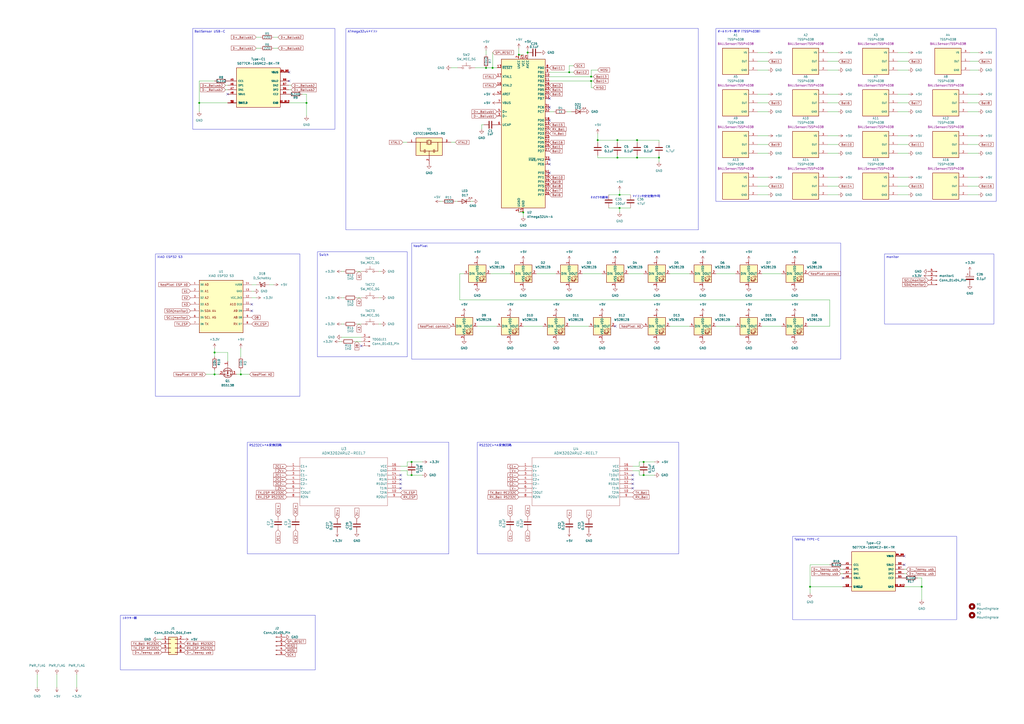
<source format=kicad_sch>
(kicad_sch (version 20250114) (generator "eeschema") (generator_version "9.0")
  (paper "A2")
  (text "ネオピクの直前" (at 347.726 114.808 0) (effects (font (size 1.27 1.27))))
  (text "マイコンの安定動作用" (at 374.904 114.046 0) (effects (font (size 1.27 1.27))))
  (text_box "RS232Cレベル変換回路" (at 276.86 256.54 0) (size 116.84 64.77) (margins 0.9525 0.9525 0.9525 0.9525) (effects (font (size 1.27 1.27)) (justify left top)))
  (text_box "RS232Cレベル変換回路" (at 143.51 256.54 0) (size 116.84 64.77) (margins 0.9525 0.9525 0.9525 0.9525) (effects (font (size 1.27 1.27)) (justify left top)))
  (text_box "Swich" (at 184.15 146.05 0) (size 52.07 60.96) (margins 0.9525 0.9525 0.9525 0.9525) (effects (font (size 1.27 1.27)) (justify left top)))
  (text_box "NeoPixel" (at 238.76 140.97 0) (size 248.92 67.31) (margins 0.9525 0.9525 0.9525 0.9525) (effects (font (size 1.27 1.27)) (justify left top)))
  (text_box "コネクター類" (at 69.85 356.87 0) (size 113.03 31.75) (margins 0.9525 0.9525 0.9525 0.9525) (effects (font (size 1.27 1.27)) (justify left top)))
  (text_box "Teensy TYPE-C" (at 459.74 311.15 0) (size 95.25 48.26) (margins 0.9525 0.9525 0.9525 0.9525) (effects (font (size 1.27 1.27)) (justify left top)))
  (text_box "ATmega32u4マイコン" (at 200.66 16.51 0) (size 204.47 116.84) (margins 0.9525 0.9525 0.9525 0.9525) (effects (font (size 1.27 1.27)) (justify left top)))
  (text_box "XIAO ESP32 S3" (at 90.17 147.32 0) (size 83.82 82.55) (margins 0.9525 0.9525 0.9525 0.9525) (effects (font (size 1.27 1.27)) (justify left top)))
  (text_box "ボールセンサー素子（TSSP4038）" (at 415.29 16.51 0) (size 162.56 100.33) (margins 0.9525 0.9525 0.9525 0.9525) (effects (font (size 1.27 1.27)) (justify left top)))
  (text_box "BallSensor USB-C" (at 111.76 16.51 0) (size 82.55 58.42) (margins 0.9525 0.9525 0.9525 0.9525) (effects (font (size 1.27 1.27)) (justify left top)))
  (text_box "monitor" (at 513.08 147.32 0) (size 63.5 40.64) (margins 0.9525 0.9525 0.9525 0.9525) (effects (font (size 1.27 1.27)) (justify left top)))
  (junction (at 369.57 81.28))
  (junction (at 373.38 267.97))
  (junction (at 342.9 46.99))
  (junction (at 346.71 81.28))
  (junction (at 285.75 39.37))
  (junction (at 358.14 91.44))
  (junction (at 300.99 31.75))
  (junction (at 139.7 217.17))
  (junction (at 359.41 120.65))
  (junction (at 373.38 275.59))
  (junction (at 303.53 123.19))
  (junction (at 115.57 59.69))
  (junction (at 124.46 217.17))
  (junction (at 342.9 44.45))
  (junction (at 369.57 91.44))
  (junction (at 358.14 81.28))
  (junction (at 177.8 59.69))
  (junction (at 359.41 113.03))
  (junction (at 534.67 340.36))
  (junction (at 382.27 91.44))
  (junction (at 330.2 41.91))
  (junction (at 238.76 267.97))
  (junction (at 281.94 39.37))
  (junction (at 306.07 30.48))
  (junction (at 469.9 340.36))
  (junction (at 238.76 275.59))
  (junction (at 124.46 204.47))
  (no_connect (at 146.05 176.53))
  (no_connect (at 318.77 69.85))
  (no_connect (at 232.41 280.67))
  (no_connect (at 367.03 278.13))
  (no_connect (at 524.51 322.58))
  (no_connect (at 232.41 275.59))
  (no_connect (at 318.77 100.33))
  (no_connect (at 232.41 283.21))
  (no_connect (at 318.77 92.71))
  (no_connect (at 167.64 46.99))
  (no_connect (at 318.77 62.23))
  (no_connect (at 524.51 327.66))
  (no_connect (at 367.03 275.59))
  (no_connect (at 209.55 200.66))
  (no_connect (at 232.41 278.13))
  (no_connect (at 367.03 280.67))
  (no_connect (at 167.64 41.91))
  (no_connect (at 367.03 283.21))
  (no_connect (at 318.77 57.15))
  (no_connect (at 318.77 95.25))
  (no_connect (at 132.08 54.61))
  (no_connect (at 488.95 335.28))
  (no_connect (at 146.05 180.34))
  (no_connect (at 356.87 189.23))
  (wire (pts (xy 469.9 327.66) (xy 469.9 340.36)))
  (wire (pts (xy 358.14 81.28) (xy 358.14 82.55)))
  (wire (pts (xy 318.77 41.91) (xy 330.2 41.91)))
  (wire (pts (xy 207.01 157.48) (xy 209.55 157.48)))
  (wire (pts (xy 264.16 82.55) (xy 261.62 82.55)))
  (wire (pts (xy 124.46 204.47) (xy 132.08 204.47)))
  (wire (pts (xy 369.57 81.28) (xy 382.27 81.28)))
  (wire (pts (xy 534.67 340.36) (xy 534.67 347.98)))
  (wire (pts (xy 520.7 88.9) (xy 527.05 88.9)))
  (wire (pts (xy 124.46 214.63) (xy 124.46 217.17)))
  (wire (pts (xy 264.16 116.84) (xy 265.43 116.84)))
  (wire (pts (xy 487.68 330.2) (xy 488.95 330.2)))
  (wire (pts (xy 480.06 64.77) (xy 486.41 64.77)))
  (wire (pts (xy 342.9 40.64) (xy 342.9 44.45)))
  (wire (pts (xy 562.61 40.64) (xy 567.69 40.64)))
  (wire (pts (xy 276.86 189.23) (xy 288.29 189.23)))
  (wire (pts (xy 238.76 275.59) (xy 245.11 275.59)))
  (wire (pts (xy 525.78 332.74) (xy 524.51 332.74)))
  (wire (pts (xy 318.77 64.77) (xy 321.31 64.77)))
  (wire (pts (xy 480.06 35.56) (xy 486.41 35.56)))
  (wire (pts (xy 342.9 50.8) (xy 342.9 46.99)))
  (wire (pts (xy 300.99 31.75) (xy 303.53 31.75)))
  (wire (pts (xy 561.34 107.95) (xy 567.69 107.95)))
  (wire (pts (xy 275.59 39.37) (xy 281.94 39.37)))
  (wire (pts (xy 561.34 88.9) (xy 567.69 88.9)))
  (wire (pts (xy 561.34 102.87) (xy 567.69 102.87)))
  (wire (pts (xy 207.01 187.96) (xy 209.55 187.96)))
  (wire (pts (xy 306.07 29.21) (xy 306.07 30.48)))
  (wire (pts (xy 373.38 267.97) (xy 379.73 267.97)))
  (wire (pts (xy 342.9 46.99) (xy 318.77 46.99)))
  (wire (pts (xy 148.59 21.59) (xy 151.13 21.59)))
  (wire (pts (xy 520.7 78.74) (xy 527.05 78.74)))
  (wire (pts (xy 520.7 35.56) (xy 527.05 35.56)))
  (wire (pts (xy 370.84 267.97) (xy 373.38 267.97)))
  (wire (pts (xy 561.34 78.74) (xy 567.69 78.74)))
  (wire (pts (xy 415.29 158.75) (xy 426.72 158.75)))
  (wire (pts (xy 415.29 189.23) (xy 426.72 189.23)))
  (wire (pts (xy 469.9 340.36) (xy 469.9 344.17)))
  (wire (pts (xy 146.05 172.72) (xy 148.59 172.72)))
  (wire (pts (xy 439.42 113.03) (xy 445.77 113.03)))
  (wire (pts (xy 358.14 91.44) (xy 369.57 91.44)))
  (wire (pts (xy 146.05 168.91) (xy 147.32 168.91)))
  (wire (pts (xy 266.7 158.75) (xy 269.24 158.75)))
  (wire (pts (xy 481.33 173.99) (xy 266.7 173.99)))
  (wire (pts (xy 524.51 330.2) (xy 525.78 330.2)))
  (wire (pts (xy 344.17 44.45) (xy 342.9 44.45)))
  (wire (pts (xy 520.7 102.87) (xy 527.05 102.87)))
  (wire (pts (xy 124.46 204.47) (xy 124.46 207.01)))
  (wire (pts (xy 369.57 91.44) (xy 382.27 91.44)))
  (wire (pts (xy 284.48 158.75) (xy 295.91 158.75)))
  (wire (pts (xy 480.06 88.9) (xy 486.41 88.9)))
  (wire (pts (xy 236.22 270.51) (xy 236.22 267.97)))
  (wire (pts (xy 158.75 27.94) (xy 161.29 27.94)))
  (wire (pts (xy 481.33 189.23) (xy 481.33 173.99)))
  (wire (pts (xy 332.74 38.1) (xy 330.2 38.1)))
  (wire (pts (xy 481.33 327.66) (xy 469.9 327.66)))
  (wire (pts (xy 119.38 217.17) (xy 124.46 217.17)))
  (wire (pts (xy 346.71 91.44) (xy 346.71 90.17)))
  (wire (pts (xy 266.7 173.99) (xy 266.7 158.75)))
  (wire (pts (xy 255.27 116.84) (xy 256.54 116.84)))
  (wire (pts (xy 285.75 39.37) (xy 288.29 39.37)))
  (wire (pts (xy 281.94 29.21) (xy 281.94 31.75)))
  (wire (pts (xy 469.9 340.36) (xy 488.95 340.36)))
  (wire (pts (xy 369.57 91.44) (xy 369.57 90.17)))
  (wire (pts (xy 359.41 110.49) (xy 359.41 113.03)))
  (wire (pts (xy 306.07 30.48) (xy 306.07 31.75)))
  (wire (pts (xy 281.94 39.37) (xy 285.75 39.37)))
  (wire (pts (xy 238.76 267.97) (xy 245.11 267.97)))
  (wire (pts (xy 359.41 120.65) (xy 359.41 123.19)))
  (wire (pts (xy 328.93 64.77) (xy 331.47 64.77)))
  (wire (pts (xy 161.29 21.59) (xy 158.75 21.59)))
  (wire (pts (xy 198.12 187.96) (xy 199.39 187.96)))
  (wire (pts (xy 303.53 189.23) (xy 314.96 189.23)))
  (wire (pts (xy 300.99 123.19) (xy 303.53 123.19)))
  (wire (pts (xy 300.99 27.94) (xy 300.99 31.75)))
  (wire (pts (xy 232.41 270.51) (xy 236.22 270.51)))
  (wire (pts (xy 148.59 27.94) (xy 151.13 27.94)))
  (wire (pts (xy 342.9 44.45) (xy 318.77 44.45)))
  (wire (pts (xy 285.75 30.48) (xy 285.75 39.37)))
  (wire (pts (xy 524.51 340.36) (xy 534.67 340.36)))
  (wire (pts (xy 487.68 332.74) (xy 488.95 332.74)))
  (wire (pts (xy 388.62 158.75) (xy 400.05 158.75)))
  (wire (pts (xy 370.84 273.05) (xy 367.03 273.05)))
  (wire (pts (xy 370.84 275.59) (xy 370.84 273.05)))
  (wire (pts (xy 367.03 270.51) (xy 370.84 270.51)))
  (wire (pts (xy 330.2 41.91) (xy 332.74 41.91)))
  (wire (pts (xy 198.12 195.58) (xy 209.55 195.58)))
  (wire (pts (xy 139.7 214.63) (xy 139.7 217.17)))
  (wire (pts (xy 439.42 83.82) (xy 445.77 83.82)))
  (wire (pts (xy 388.62 189.23) (xy 400.05 189.23)))
  (wire (pts (xy 233.68 82.55) (xy 236.22 82.55)))
  (wire (pts (xy 520.7 83.82) (xy 527.05 83.82)))
  (wire (pts (xy 139.7 217.17) (xy 144.78 217.17)))
  (wire (pts (xy 439.42 54.61) (xy 445.77 54.61)))
  (wire (pts (xy 480.06 40.64) (xy 486.41 40.64)))
  (wire (pts (xy 139.7 201.93) (xy 139.7 207.01)))
  (wire (pts (xy 480.06 59.69) (xy 486.41 59.69)))
  (wire (pts (xy 439.42 88.9) (xy 445.77 88.9)))
  (wire (pts (xy 132.08 209.55) (xy 132.08 204.47)))
  (wire (pts (xy 441.96 158.75) (xy 453.39 158.75)))
  (wire (pts (xy 196.85 198.12) (xy 198.12 198.12)))
  (wire (pts (xy 520.7 107.95) (xy 527.05 107.95)))
  (wire (pts (xy 439.42 40.64) (xy 445.77 40.64)))
  (wire (pts (xy 177.8 59.69) (xy 177.8 67.31)))
  (wire (pts (xy 373.38 275.59) (xy 379.73 275.59)))
  (wire (pts (xy 520.7 54.61) (xy 527.05 54.61)))
  (wire (pts (xy 167.64 59.69) (xy 177.8 59.69)))
  (wire (pts (xy 532.13 335.28) (xy 534.67 335.28)))
  (wire (pts (xy 236.22 273.05) (xy 232.41 273.05)))
  (wire (pts (xy 236.22 275.59) (xy 238.76 275.59)))
  (wire (pts (xy 137.16 217.17) (xy 139.7 217.17)))
  (wire (pts (xy 562.61 30.48) (xy 567.69 30.48)))
  (wire (pts (xy 561.34 64.77) (xy 567.69 64.77)))
  (wire (pts (xy 175.26 54.61) (xy 177.8 54.61)))
  (wire (pts (xy 167.64 49.53) (xy 168.91 49.53)))
  (wire (pts (xy 520.7 59.69) (xy 527.05 59.69)))
  (wire (pts (xy 346.71 77.47) (xy 346.71 81.28)))
  (wire (pts (xy 33.02 391.16) (xy 33.02 398.78)))
  (wire (pts (xy 207.01 172.72) (xy 209.55 172.72)))
  (wire (pts (xy 359.41 113.03) (xy 365.76 113.03)))
  (wire (pts (xy 346.71 81.28) (xy 346.71 82.55)))
  (wire (pts (xy 358.14 81.28) (xy 369.57 81.28)))
  (wire (pts (xy 369.57 81.28) (xy 369.57 82.55)))
  (wire (pts (xy 330.2 189.23) (xy 341.63 189.23)))
  (wire (pts (xy 353.06 113.03) (xy 359.41 113.03)))
  (wire (pts (xy 337.82 158.75) (xy 349.25 158.75)))
  (wire (pts (xy 130.81 52.07) (xy 132.08 52.07)))
  (wire (pts (xy 534.67 335.28) (xy 534.67 340.36)))
  (wire (pts (xy 279.4 72.39) (xy 280.67 72.39)))
  (wire (pts (xy 439.42 107.95) (xy 445.77 107.95)))
  (wire (pts (xy 205.74 198.12) (xy 209.55 198.12)))
  (wire (pts (xy 480.06 78.74) (xy 486.41 78.74)))
  (wire (pts (xy 520.7 64.77) (xy 527.05 64.77)))
  (wire (pts (xy 439.42 78.74) (xy 445.77 78.74)))
  (wire (pts (xy 439.42 102.87) (xy 445.77 102.87)))
  (wire (pts (xy 21.59 391.16) (xy 21.59 398.78)))
  (wire (pts (xy 370.84 270.51) (xy 370.84 267.97)))
  (wire (pts (xy 344.17 46.99) (xy 342.9 46.99)))
  (wire (pts (xy 44.45 391.16) (xy 44.45 398.78)))
  (wire (pts (xy 364.49 158.75) (xy 373.38 158.75)))
  (wire (pts (xy 148.59 165.1) (xy 146.05 165.1)))
  (wire (pts (xy 115.57 59.69) (xy 115.57 64.77)))
  (wire (pts (xy 124.46 201.93) (xy 124.46 204.47)))
  (wire (pts (xy 265.43 39.37) (xy 261.62 39.37)))
  (wire (pts (xy 439.42 64.77) (xy 445.77 64.77)))
  (wire (pts (xy 115.57 46.99) (xy 115.57 59.69)))
  (wire (pts (xy 520.7 40.64) (xy 527.05 40.64)))
  (wire (pts (xy 115.57 59.69) (xy 132.08 59.69)))
  (wire (pts (xy 346.71 91.44) (xy 358.14 91.44)))
  (wire (pts (xy 439.42 59.69) (xy 445.77 59.69)))
  (wire (pts (xy 480.06 83.82) (xy 486.41 83.82)))
  (wire (pts (xy 115.57 46.99) (xy 124.46 46.99)))
  (wire (pts (xy 561.34 59.69) (xy 567.69 59.69)))
  (wire (pts (xy 441.96 189.23) (xy 453.39 189.23)))
  (wire (pts (xy 439.42 35.56) (xy 445.77 35.56)))
  (wire (pts (xy 273.05 116.84) (xy 274.32 116.84)))
  (wire (pts (xy 219.71 157.48) (xy 220.98 157.48)))
  (wire (pts (xy 311.15 158.75) (xy 322.58 158.75)))
  (wire (pts (xy 439.42 30.48) (xy 445.77 30.48)))
  (wire (pts (xy 358.14 91.44) (xy 358.14 90.17)))
  (wire (pts (xy 346.71 81.28) (xy 358.14 81.28)))
  (wire (pts (xy 561.34 113.03) (xy 567.69 113.03)))
  (wire (pts (xy 127 217.17) (xy 124.46 217.17)))
  (wire (pts (xy 562.61 35.56) (xy 567.69 35.56)))
  (wire (pts (xy 480.06 54.61) (xy 486.41 54.61)))
  (wire (pts (xy 279.4 72.39) (xy 279.4 74.93)))
  (wire (pts (xy 520.7 113.03) (xy 527.05 113.03)))
  (wire (pts (xy 520.7 30.48) (xy 527.05 30.48)))
  (wire (pts (xy 198.12 157.48) (xy 199.39 157.48)))
  (wire (pts (xy 344.17 50.8) (xy 342.9 50.8)))
  (wire (pts (xy 382.27 93.98) (xy 382.27 91.44)))
  (wire (pts (xy 330.2 38.1) (xy 330.2 41.91)))
  (wire (pts (xy 359.41 120.65) (xy 365.76 120.65)))
  (wire (pts (xy 480.06 113.03) (xy 486.41 113.03)))
  (wire (pts (xy 480.06 107.95) (xy 486.41 107.95)))
  (wire (pts (xy 561.34 83.82) (xy 567.69 83.82)))
  (wire (pts (xy 91.44 370.84) (xy 93.98 370.84)))
  (wire (pts (xy 198.12 172.72) (xy 199.39 172.72)))
  (wire (pts (xy 382.27 81.28) (xy 382.27 82.55)))
  (wire (pts (xy 346.71 40.64) (xy 342.9 40.64)))
  (wire (pts (xy 236.22 275.59) (xy 236.22 273.05)))
  (wire (pts (xy 303.53 123.19) (xy 303.53 125.73)))
  (wire (pts (xy 158.75 165.1) (xy 156.21 165.1)))
  (wire (pts (xy 480.06 30.48) (xy 486.41 30.48)))
  (wire (pts (xy 561.34 54.61) (xy 567.69 54.61)))
  (wire (pts (xy 177.8 54.61) (xy 177.8 59.69)))
  (wire (pts (xy 468.63 189.23) (xy 481.33 189.23)))
  (wire (pts (xy 370.84 275.59) (xy 373.38 275.59)))
  (wire (pts (xy 168.91 52.07) (xy 167.64 52.07)))
  (wire (pts (xy 382.27 91.44) (xy 382.27 90.17)))
  (wire (pts (xy 353.06 120.65) (xy 359.41 120.65)))
  (wire (pts (xy 236.22 267.97) (xy 238.76 267.97)))
  (wire (pts (xy 480.06 102.87) (xy 486.41 102.87)))
  (wire (pts (xy 219.71 172.72) (xy 220.98 172.72)))
  (wire (pts (xy 130.81 49.53) (xy 132.08 49.53)))
  (wire (pts (xy 219.71 187.96) (xy 220.98 187.96)))
  (global_label "Ball10" (shape input) (at 318.77 102.87 0) (property "Intersheetrefs" "${INTERSHEET_REFS}" (effects (hide yes))))
  (global_label "NeoPixel connect" (shape input) (at 261.62 189.23 180) (property "Intersheetrefs" "${INTERSHEET_REFS}" (effects (hide yes))))
  (global_label "D8" (shape input) (at 146.05 184.15 0) (property "Intersheetrefs" "${INTERSHEET_REFS}" (effects (hide yes))))
  (global_label "Ball1" (shape input) (at 445.77 35.56 0) (property "Intersheetrefs" "${INTERSHEET_REFS}" (effects (hide yes))))
  (global_label "C1-" (shape input) (at 300.99 275.59 180) (property "Intersheetrefs" "${INTERSHEET_REFS}" (effects (hide yes))))
  (global_label "D+_Teensy usb" (shape input) (at 487.68 330.2 180) (property "Intersheetrefs" "${INTERSHEET_REFS}" (effects (hide yes))))
  (global_label "TX_ESP RC232C" (shape input) (at 93.98 375.92 180) (property "Intersheetrefs" "${INTERSHEET_REFS}" (effects (hide yes))))
  (global_label "RX_ESP" (shape input) (at 146.05 187.96 0) (property "Intersheetrefs" "${INTERSHEET_REFS}" (effects (hide yes))))
  (global_label "D+_Teensy usb" (shape input) (at 525.78 332.74 0) (property "Intersheetrefs" "${INTERSHEET_REFS}" (effects (hide yes))))
  (global_label "Ball8" (shape input) (at 567.69 59.69 0) (property "Intersheetrefs" "${INTERSHEET_REFS}" (effects (hide yes))))
  (global_label "D-_Teensy usb" (shape input) (at 106.68 378.46 0) (property "Intersheetrefs" "${INTERSHEET_REFS}" (effects (hide yes))))
  (global_label "A2" (shape input) (at 110.49 172.72 180) (property "Intersheetrefs" "${INTERSHEET_REFS}" (effects (hide yes))))
  (global_label "D-_Ballusb2" (shape input) (at 168.91 49.53 0) (property "Intersheetrefs" "${INTERSHEET_REFS}" (effects (hide yes))))
  (global_label "V-" (shape input) (at 341.63 300.99 90) (property "Intersheetrefs" "${INTERSHEET_REFS}" (effects (hide yes))))
  (global_label "SPI_RESET" (shape input) (at 165.1 372.11 0) (property "Intersheetrefs" "${INTERSHEET_REFS}" (effects (hide yes))))
  (global_label "TX_Ball" (shape input) (at 367.03 285.75 0) (property "Intersheetrefs" "${INTERSHEET_REFS}" (effects (hide yes))))
  (global_label "2V+" (shape input) (at 195.58 300.99 90) (property "Intersheetrefs" "${INTERSHEET_REFS}" (effects (hide yes))))
  (global_label "Ball11" (shape input) (at 318.77 39.37 0) (property "Intersheetrefs" "${INTERSHEET_REFS}" (effects (hide yes))))
  (global_label "Ball8" (shape input) (at 318.77 107.95 0) (property "Intersheetrefs" "${INTERSHEET_REFS}" (effects (hide yes))))
  (global_label "RX_ESP RS232C" (shape input) (at 166.37 288.29 180) (property "Intersheetrefs" "${INTERSHEET_REFS}" (effects (hide yes))))
  (global_label "Ball11" (shape input) (at 527.05 83.82 0) (property "Intersheetrefs" "${INTERSHEET_REFS}" (effects (hide yes))))
  (global_label "Ball15" (shape input) (at 318.77 72.39 0) (property "Intersheetrefs" "${INTERSHEET_REFS}" (effects (hide yes))))
  (global_label "D+_Ballusb1" (shape input) (at 288.29 64.77 180) (property "Intersheetrefs" "${INTERSHEET_REFS}" (effects (hide yes))))
  (global_label "C1+" (shape input) (at 295.91 299.72 90) (property "Intersheetrefs" "${INTERSHEET_REFS}" (effects (hide yes))))
  (global_label "NeoPixel ESP A0" (shape input) (at 119.38 217.17 180) (property "Intersheetrefs" "${INTERSHEET_REFS}" (effects (hide yes))))
  (global_label "Ball6" (shape input) (at 486.41 59.69 0) (property "Intersheetrefs" "${INTERSHEET_REFS}" (effects (hide yes))))
  (global_label "RX_ESP" (shape input) (at 232.41 288.29 0) (property "Intersheetrefs" "${INTERSHEET_REFS}" (effects (hide yes))))
  (global_label "A1" (shape input) (at 110.49 168.91 180) (property "Intersheetrefs" "${INTERSHEET_REFS}" (effects (hide yes))))
  (global_label "A3" (shape input) (at 110.49 176.53 180) (property "Intersheetrefs" "${INTERSHEET_REFS}" (effects (hide yes))))
  (global_label "Ball9" (shape input) (at 445.77 83.82 0) (property "Intersheetrefs" "${INTERSHEET_REFS}" (effects (hide yes))))
  (global_label "A3" (shape input) (at 208.28 187.96 270) (property "Intersheetrefs" "${INTERSHEET_REFS}" (effects (hide yes))))
  (global_label "Ball13" (shape input) (at 344.17 44.45 0) (property "Intersheetrefs" "${INTERSHEET_REFS}" (effects (hide yes))))
  (global_label "D-_Teensy usb" (shape input) (at 525.78 330.2 0) (property "Intersheetrefs" "${INTERSHEET_REFS}" (effects (hide yes))))
  (global_label "Ball4" (shape input) (at 567.69 35.56 0) (property "Intersheetrefs" "${INTERSHEET_REFS}" (effects (hide yes))))
  (global_label "Ball5" (shape input) (at 445.77 59.69 0) (property "Intersheetrefs" "${INTERSHEET_REFS}" (effects (hide yes))))
  (global_label "RX_Ball RS232C" (shape input) (at 300.99 288.29 180) (property "Intersheetrefs" "${INTERSHEET_REFS}" (effects (hide yes))))
  (global_label "SCL(monitor)" (shape input) (at 110.49 184.15 180) (property "Intersheetrefs" "${INTERSHEET_REFS}" (effects (hide yes))))
  (global_label "D+_Ballusb2" (shape input) (at 168.91 52.07 0) (property "Intersheetrefs" "${INTERSHEET_REFS}" (effects (hide yes))))
  (global_label "2C1-" (shape input) (at 166.37 275.59 180) (property "Intersheetrefs" "${INTERSHEET_REFS}" (effects (hide yes))))
  (global_label "SPI_RESET" (shape input) (at 285.75 30.48 0) (property "Intersheetrefs" "${INTERSHEET_REFS}" (effects (hide yes))))
  (global_label "Ball6" (shape input) (at 318.77 113.03 0) (property "Intersheetrefs" "${INTERSHEET_REFS}" (effects (hide yes))))
  (global_label "2C2+" (shape input) (at 166.37 278.13 180) (property "Intersheetrefs" "${INTERSHEET_REFS}" (effects (hide yes))))
  (global_label "NeoPixel connect" (shape input) (at 468.63 158.75 0) (property "Intersheetrefs" "${INTERSHEET_REFS}" (effects (hide yes))))
  (global_label "NeoPixel ESP A0" (shape input) (at 110.49 165.1 180) (property "Intersheetrefs" "${INTERSHEET_REFS}" (effects (hide yes))))
  (global_label "C1-" (shape input) (at 295.91 307.34 270) (property "Intersheetrefs" "${INTERSHEET_REFS}" (effects (hide yes))))
  (global_label "2C2+" (shape input) (at 171.45 299.72 90) (property "Intersheetrefs" "${INTERSHEET_REFS}" (effects (hide yes))))
  (global_label "2V-" (shape input) (at 207.01 300.99 90) (property "Intersheetrefs" "${INTERSHEET_REFS}" (effects (hide yes))))
  (global_label "Ball16" (shape input) (at 318.77 82.55 0) (property "Intersheetrefs" "${INTERSHEET_REFS}" (effects (hide yes))))
  (global_label "D+_Ballusb2" (shape input) (at 161.29 21.59 0) (property "Intersheetrefs" "${INTERSHEET_REFS}" (effects (hide yes))))
  (global_label "SDA(monitor)" (shape input) (at 538.48 165.1 180) (property "Intersheetrefs" "${INTERSHEET_REFS}" (effects (hide yes))))
  (global_label "XTAL1" (shape input) (at 288.29 44.45 180) (property "Intersheetrefs" "${INTERSHEET_REFS}" (effects (hide yes))))
  (global_label "C2-" (shape input) (at 306.07 307.34 270) (property "Intersheetrefs" "${INTERSHEET_REFS}" (effects (hide yes))))
  (global_label "Ball2" (shape input) (at 486.41 35.56 0) (property "Intersheetrefs" "${INTERSHEET_REFS}" (effects (hide yes))))
  (global_label "A2" (shape input) (at 208.28 172.72 270) (property "Intersheetrefs" "${INTERSHEET_REFS}" (effects (hide yes))))
  (global_label "V+" (shape input) (at 330.2 300.99 90) (property "Intersheetrefs" "${INTERSHEET_REFS}" (effects (hide yes))))
  (global_label "A1" (shape input) (at 208.28 157.48 270) (property "Intersheetrefs" "${INTERSHEET_REFS}" (effects (hide yes))))
  (global_label "C2-" (shape input) (at 300.99 280.67 180) (property "Intersheetrefs" "${INTERSHEET_REFS}" (effects (hide yes))))
  (global_label "MOSI" (shape input) (at 346.71 40.64 0) (property "Intersheetrefs" "${INTERSHEET_REFS}" (effects (hide yes))))
  (global_label "XTAL1" (shape input) (at 233.68 82.55 180) (property "Intersheetrefs" "${INTERSHEET_REFS}" (effects (hide yes))))
  (global_label "TX_ESP RC232C" (shape input) (at 166.37 285.75 180) (property "Intersheetrefs" "${INTERSHEET_REFS}" (effects (hide yes))))
  (global_label "MISO" (shape input) (at 344.17 50.8 0) (property "Intersheetrefs" "${INTERSHEET_REFS}" (effects (hide yes))))
  (global_label "Ball13" (shape input) (at 445.77 107.95 0) (property "Intersheetrefs" "${INTERSHEET_REFS}" (effects (hide yes))))
  (global_label "NeoPixel A0" (shape input) (at 373.38 189.23 180) (property "Intersheetrefs" "${INTERSHEET_REFS}" (effects (hide yes))))
  (global_label "XTAL2" (shape input) (at 288.29 49.53 180) (property "Intersheetrefs" "${INTERSHEET_REFS}" (effects (hide yes))))
  (global_label "D+_Ballusb1" (shape input) (at 148.59 21.59 180) (property "Intersheetrefs" "${INTERSHEET_REFS}" (effects (hide yes))))
  (global_label "D+_Teensy usb" (shape input) (at 93.98 378.46 180) (property "Intersheetrefs" "${INTERSHEET_REFS}" (effects (hide yes))))
  (global_label "RX_Ball" (shape input) (at 318.77 74.93 0) (property "Intersheetrefs" "${INTERSHEET_REFS}" (effects (hide yes))))
  (global_label "C2+" (shape input) (at 306.07 299.72 90) (property "Intersheetrefs" "${INTERSHEET_REFS}" (effects (hide yes))))
  (global_label "Ball9" (shape input) (at 318.77 105.41 0) (property "Intersheetrefs" "${INTERSHEET_REFS}" (effects (hide yes))))
  (global_label "2C2-" (shape input) (at 166.37 280.67 180) (property "Intersheetrefs" "${INTERSHEET_REFS}" (effects (hide yes))))
  (global_label "D-_Ballusb2" (shape input) (at 161.29 27.94 0) (property "Intersheetrefs" "${INTERSHEET_REFS}" (effects (hide yes))))
  (global_label "2C1+" (shape input) (at 166.37 270.51 180) (property "Intersheetrefs" "${INTERSHEET_REFS}" (effects (hide yes))))
  (global_label "Ball5" (shape input) (at 318.77 54.61 0) (property "Intersheetrefs" "${INTERSHEET_REFS}" (effects (hide yes))))
  (global_label "NeoPixel A0" (shape input) (at 144.78 217.17 0) (property "Intersheetrefs" "${INTERSHEET_REFS}" (effects (hide yes))))
  (global_label "2C2-" (shape input) (at 171.45 307.34 270) (property "Intersheetrefs" "${INTERSHEET_REFS}" (effects (hide yes))))
  (global_label "V+" (shape input) (at 300.99 273.05 180) (property "Intersheetrefs" "${INTERSHEET_REFS}" (effects (hide yes))))
  (global_label "Ball14" (shape input) (at 344.17 46.99 0) (property "Intersheetrefs" "${INTERSHEET_REFS}" (effects (hide yes))))
  (global_label "C2+" (shape input) (at 300.99 278.13 180) (property "Intersheetrefs" "${INTERSHEET_REFS}" (effects (hide yes))))
  (global_label "Ball3" (shape input) (at 318.77 49.53 0) (property "Intersheetrefs" "${INTERSHEET_REFS}" (effects (hide yes))))
  (global_label "TX_Ball RC232C" (shape input) (at 93.98 373.38 180) (property "Intersheetrefs" "${INTERSHEET_REFS}" (effects (hide yes))))
  (global_label "D8" (shape input) (at 207.01 198.12 270) (property "Intersheetrefs" "${INTERSHEET_REFS}" (effects (hide yes))))
  (global_label "XTAL2" (shape input) (at 264.16 82.55 0) (property "Intersheetrefs" "${INTERSHEET_REFS}" (effects (hide yes))))
  (global_label "TX_Ball RC232C" (shape input) (at 300.99 285.75 180) (property "Intersheetrefs" "${INTERSHEET_REFS}" (effects (hide yes))))
  (global_label "Ball2" (shape input) (at 318.77 87.63 0) (property "Intersheetrefs" "${INTERSHEET_REFS}" (effects (hide yes))))
  (global_label "V-" (shape input) (at 300.99 283.21 180) (property "Intersheetrefs" "${INTERSHEET_REFS}" (effects (hide yes))))
  (global_label "SDA(monitor)" (shape input) (at 110.49 180.34 180) (property "Intersheetrefs" "${INTERSHEET_REFS}" (effects (hide yes))))
  (global_label "2V+" (shape input) (at 166.37 273.05 180) (property "Intersheetrefs" "${INTERSHEET_REFS}" (effects (hide yes))))
  (global_label "Ball10" (shape input) (at 486.41 83.82 0) (property "Intersheetrefs" "${INTERSHEET_REFS}" (effects (hide yes))))
  (global_label "Ball15" (shape input) (at 527.05 107.95 0) (property "Intersheetrefs" "${INTERSHEET_REFS}" (effects (hide yes))))
  (global_label "Ball16" (shape input) (at 567.69 107.95 0) (property "Intersheetrefs" "${INTERSHEET_REFS}" (effects (hide yes))))
  (global_label "D+_Ballusb2" (shape input) (at 130.81 49.53 180) (property "Intersheetrefs" "${INTERSHEET_REFS}" (effects (hide yes))))
  (global_label "D-_Teensy usb" (shape input) (at 487.68 332.74 180) (property "Intersheetrefs" "${INTERSHEET_REFS}" (effects (hide yes))))
  (global_label "Ball12" (shape input) (at 567.69 83.82 0) (property "Intersheetrefs" "${INTERSHEET_REFS}" (effects (hide yes))))
  (global_label "SCK" (shape input) (at 332.74 38.1 0) (property "Intersheetrefs" "${INTERSHEET_REFS}" (effects (hide yes))))
  (global_label "Ball7" (shape input) (at 527.05 59.69 0) (property "Intersheetrefs" "${INTERSHEET_REFS}" (effects (hide yes))))
  (global_label "TX_ESP" (shape input) (at 232.41 285.75 0) (property "Intersheetrefs" "${INTERSHEET_REFS}" (effects (hide yes))))
  (global_label "MOSI" (shape input) (at 165.1 377.19 0) (property "Intersheetrefs" "${INTERSHEET_REFS}" (effects (hide yes))))
  (global_label "D-_Ballusb1" (shape input) (at 288.29 67.31 180) (property "Intersheetrefs" "${INTERSHEET_REFS}" (effects (hide yes))))
  (global_label "MISO" (shape input) (at 165.1 374.65 0) (property "Intersheetrefs" "${INTERSHEET_REFS}" (effects (hide yes))))
  (global_label "RX_ESP RS232C" (shape input) (at 106.68 375.92 0) (property "Intersheetrefs" "${INTERSHEET_REFS}" (effects (hide yes))))
  (global_label "SCK" (shape input) (at 165.1 379.73 0) (property "Intersheetrefs" "${INTERSHEET_REFS}" (effects (hide yes))))
  (global_label "C1+" (shape input) (at 300.99 270.51 180) (property "Intersheetrefs" "${INTERSHEET_REFS}" (effects (hide yes))))
  (global_label "2C1+" (shape input) (at 161.29 299.72 90) (property "Intersheetrefs" "${INTERSHEET_REFS}" (effects (hide yes))))
  (global_label "Ball12" (shape input) (at 332.74 41.91 0) (property "Intersheetrefs" "${INTERSHEET_REFS}" (effects (hide yes))))
  (global_label "Ball3" (shape input) (at 527.05 35.56 0) (property "Intersheetrefs" "${INTERSHEET_REFS}" (effects (hide yes))))
  (global_label "D-_Ballusb2" (shape input) (at 130.81 52.07 180) (property "Intersheetrefs" "${INTERSHEET_REFS}" (effects (hide yes))))
  (global_label "2C1-" (shape input) (at 161.29 307.34 270) (property "Intersheetrefs" "${INTERSHEET_REFS}" (effects (hide yes))))
  (global_label "TX_ESP" (shape input) (at 110.49 187.96 180) (property "Intersheetrefs" "${INTERSHEET_REFS}" (effects (hide yes))))
  (global_label "D-_Ballusb1" (shape input) (at 148.59 27.94 180) (property "Intersheetrefs" "${INTERSHEET_REFS}" (effects (hide yes))))
  (global_label "RX_Ball RS232C" (shape input) (at 106.68 373.38 0) (property "Intersheetrefs" "${INTERSHEET_REFS}" (effects (hide yes))))
  (global_label "TX_Ball" (shape input) (at 318.77 77.47 0) (property "Intersheetrefs" "${INTERSHEET_REFS}" (effects (hide yes))))
  (global_label "Ball1" (shape input) (at 318.77 85.09 0) (property "Intersheetrefs" "${INTERSHEET_REFS}" (effects (hide yes))))
  (global_label "RX_Ball" (shape input) (at 367.03 288.29 0) (property "Intersheetrefs" "${INTERSHEET_REFS}" (effects (hide yes))))
  (global_label "Ball14" (shape input) (at 486.41 107.95 0) (property "Intersheetrefs" "${INTERSHEET_REFS}" (effects (hide yes))))
  (global_label "Ball4" (shape input) (at 318.77 52.07 0) (property "Intersheetrefs" "${INTERSHEET_REFS}" (effects (hide yes))))
  (global_label "Ball7" (shape input) (at 318.77 110.49 0) (property "Intersheetrefs" "${INTERSHEET_REFS}" (effects (hide yes))))
  (global_label "2V-" (shape input) (at 166.37 283.21 180) (property "Intersheetrefs" "${INTERSHEET_REFS}" (effects (hide yes))))
  (global_label "SCL(monitor)" (shape input) (at 538.48 162.56 180) (property "Intersheetrefs" "${INTERSHEET_REFS}" (effects (hide yes))))
  (symbol (lib_id "Mechanical:MountingHole") (at 563.88 356.87 0) (unit 1) (exclude_from_sim yes) (in_bom no)
    (property "Reference" "H2" (at 566.42 355.5999 0) (effects (justify left)))
    (property "Value" "MountingHole" (at 566.42 358.1399 0) (effects (justify left)))
    (property "Footprint" "MountingHole:MountingHole_3.2mm_M3" (effects (hide yes)))
    (property "Description" "Mounting Hole without connection" (effects (hide yes)))
  )
  (symbol (lib_id "Device:R") (at 203.2 157.48 90) (unit 1)
    (property "Reference" "R12" (at 203.2 159.766 90))
    (property "Value" "1kΩ" (at 203.2 161.544 90))
    (property "Footprint" "Resistor_SMD:R_0402_1005Metric" (effects (hide yes)))
    (property "Description" "Resistor" (effects (hide yes)))
  )
  (symbol (lib_id "Switch:SW_MEC_5G") (at 270.51 39.37 0) (unit 1)
    (property "Reference" "SW2" (at 270.51 31.75 0))
    (property "Value" "SW_MEC_5G" (at 270.51 34.29 0))
    (property "Footprint" "Button:Reset switch" (effects (hide yes)))
    (property "Datasheet" "http://www.apem.com/int/index.php?controller=attachment&id_attachment=488" (effects (hide yes)))
    (property "Description" "MEC 5G single pole normally-open tactile switch" (effects (hide yes)))
  )
  (symbol (lib_id "power:GND") (at 567.69 40.64 90) (unit 1)
    (property "Reference" "#PWR08" (effects (hide yes)))
    (property "Value" "GND" (at 571.5 40.6399 90) (effects (justify right)))
    (property "Description" "Power symbol creates a global label with name \"GND\" , ground" (effects (hide yes)))
  )
  (symbol (lib_id "LED:WS2812B") (at 330.2 158.75 0) (unit 1)
    (property "Reference" "D3" (at 341.63 152.4314 0))
    (property "Value" "WS2812B" (at 341.63 154.9714 0))
    (property "Footprint" "LED_SMD:LED_WS2812B_PLCC4_5.0x5.0mm_P3.2mm" (effects (hide yes)))
    (property "Datasheet" "https://cdn-shop.adafruit.com/datasheets/WS2812B.pdf" (effects (hide yes)))
    (property "Description" "RGB LED with integrated controller" (effects (hide yes)))
  )
  (symbol (lib_id "power:+5V") (at 288.29 59.69 90) (unit 1)
    (property "Reference" "#PWR090" (effects (hide yes)))
    (property "Value" "+5V" (at 284.48 59.6899 90) (effects (justify left)))
    (property "Description" "Power symbol creates a global label with name \"+5V\"" (effects (hide yes)))
  )
  (symbol (lib_id "power:GND") (at 220.98 187.96 90) (unit 1)
    (property "Reference" "#PWR099" (effects (hide yes)))
    (property "Value" "GND" (at 224.79 187.9599 90) (effects (justify right)))
    (property "Description" "Power symbol creates a global label with name \"GND\" , ground" (effects (hide yes)))
  )
  (symbol (lib_id "power:GND") (at 379.73 275.59 90) (unit 1)
    (property "Reference" "#PWR0145" (effects (hide yes)))
    (property "Value" "GND" (at 383.54 275.5899 90) (effects (justify right)))
    (property "Description" "Power symbol creates a global label with name \"GND\" , ground" (effects (hide yes)))
  )
  (symbol (lib_id "LED:WS2812B") (at 295.91 189.23 0) (unit 1)
    (property "Reference" "D10" (at 307.34 182.9114 0))
    (property "Value" "WS2812B" (at 307.34 185.4514 0))
    (property "Footprint" "LED_SMD:LED_WS2812B_PLCC4_5.0x5.0mm_P3.2mm" (effects (hide yes)))
    (property "Datasheet" "https://cdn-shop.adafruit.com/datasheets/WS2812B.pdf" (effects (hide yes)))
    (property "Description" "RGB LED with integrated controller" (effects (hide yes)))
  )
  (symbol (lib_id "power:+5V") (at 567.69 30.48 270) (unit 1)
    (property "Reference" "#PWR07" (effects (hide yes)))
    (property "Value" "+5V" (at 571.5 30.4799 90) (effects (justify left)))
    (property "Description" "Power symbol creates a global label with name \"+5V\"" (effects (hide yes)))
  )
  (symbol (lib_id "power:+5V") (at 381 181.61 0) (unit 1)
    (property "Reference" "#PWR081" (effects (hide yes)))
    (property "Value" "+5V" (at 381 176.53 0))
    (property "Description" "Power symbol creates a global label with name \"+5V\"" (effects (hide yes)))
  )
  (symbol (lib_id "power:GND") (at 486.41 113.03 90) (unit 1)
    (property "Reference" "#PWR024" (effects (hide yes)))
    (property "Value" "GND" (at 490.22 113.0299 90) (effects (justify right)))
    (property "Description" "Power symbol creates a global label with name \"GND\" , ground" (effects (hide yes)))
  )
  (symbol (lib_id "LED:WS2812B") (at 276.86 158.75 0) (unit 1)
    (property "Reference" "D1" (at 288.29 152.4314 0))
    (property "Value" "WS2812B" (at 288.29 154.9714 0))
    (property "Footprint" "LED_SMD:LED_WS2812B_PLCC4_5.0x5.0mm_P3.2mm" (effects (hide yes)))
    (property "Datasheet" "https://cdn-shop.adafruit.com/datasheets/WS2812B.pdf" (effects (hide yes)))
    (property "Description" "RGB LED with integrated controller" (effects (hide yes)))
  )
  (symbol (lib_id "LED:WS2812B") (at 461.01 189.23 0) (unit 1)
    (property "Reference" "D16" (at 472.44 182.9114 0))
    (property "Value" "WS2812B" (at 472.44 185.4514 0))
    (property "Footprint" "LED_SMD:LED_WS2812B_PLCC4_5.0x5.0mm_P3.2mm" (effects (hide yes)))
    (property "Datasheet" "https://cdn-shop.adafruit.com/datasheets/WS2812B.pdf" (effects (hide yes)))
    (property "Description" "RGB LED with integrated controller" (effects (hide yes)))
  )
  (symbol (lib_id "power:+5V") (at 434.34 181.61 0) (unit 1)
    (property "Reference" "#PWR085" (effects (hide yes)))
    (property "Value" "+5V" (at 434.34 176.53 0))
    (property "Description" "Power symbol creates a global label with name \"+5V\"" (effects (hide yes)))
  )
  (symbol (lib_id "Device:R") (at 203.2 172.72 90) (unit 1)
    (property "Reference" "R13" (at 203.2 175.006 90))
    (property "Value" "1kΩ" (at 203.2 176.784 90))
    (property "Footprint" "Resistor_SMD:R_0402_1005Metric" (effects (hide yes)))
    (property "Description" "Resistor" (effects (hide yes)))
  )
  (symbol (lib_name "TSSP4038_1") (lib_id "BALLSensor:TSSP4038") (at 508 107.95 0) (unit 1)
    (property "Reference" "A15" (at 508 92.71 0))
    (property "Value" "TSSP4038" (at 508 95.25 0))
    (property "Footprint" "BALLSensor:TSSP4038" (at 508 97.79 0))
    (property "PARTREV" "2.3" (effects (hide yes)))
    (property "STANDARD" "IPC 7351B" (effects (hide yes)))
    (property "MAXIMUM_PACKAGE_HEIGHT" "10.25 mm" (effects (hide yes)))
    (property "MANUFACTURER" "Vishay" (effects (hide yes)))
  )
  (symbol (lib_id "power:+5V") (at 445.77 102.87 270) (unit 1)
    (property "Reference" "#PWR019" (effects (hide yes)))
    (property "Value" "+5V" (at 449.58 102.8699 90) (effects (justify left)))
    (property "Description" "Power symbol creates a global label with name \"+5V\"" (effects (hide yes)))
  )
  (symbol (lib_id "power:+5V") (at 269.24 181.61 0) (unit 1)
    (property "Reference" "#PWR073" (effects (hide yes)))
    (property "Value" "+5V" (at 269.24 176.53 0))
    (property "Description" "Power symbol creates a global label with name \"+5V\"" (effects (hide yes)))
  )
  (symbol (lib_id "power:GND") (at 534.67 347.98 0) (unit 1)
    (property "Reference" "#PWR0136" (effects (hide yes)))
    (property "Value" "GND" (at 534.67 353.06 0))
    (property "Description" "Power symbol creates a global label with name \"GND\" , ground" (effects (hide yes)))
  )
  (symbol (lib_id "power:GND") (at 567.69 64.77 90) (unit 1)
    (property "Reference" "#PWR016" (effects (hide yes)))
    (property "Value" "GND" (at 571.5 64.7699 90) (effects (justify right)))
    (property "Description" "Power symbol creates a global label with name \"GND\" , ground" (effects (hide yes)))
  )
  (symbol (lib_id "power:+5V") (at 255.27 116.84 90) (unit 1)
    (property "Reference" "#PWR055" (effects (hide yes)))
    (property "Value" "+5V" (at 253.492 114.3 90))
    (property "Description" "Power symbol creates a global label with name \"+5V\"" (effects (hide yes)))
  )
  (symbol (lib_id "power:+5V") (at 567.69 54.61 270) (unit 1)
    (property "Reference" "#PWR015" (effects (hide yes)))
    (property "Value" "+5V" (at 571.5 54.6099 90) (effects (justify left)))
    (property "Description" "Power symbol creates a global label with name \"+5V\"" (effects (hide yes)))
  )
  (symbol (lib_id "power:GND") (at 248.92 95.25 0) (unit 1)
    (property "Reference" "#PWR041" (effects (hide yes)))
    (property "Value" "GND" (at 248.92 100.33 0))
    (property "Description" "Power symbol creates a global label with name \"GND\" , ground" (effects (hide yes)))
  )
  (symbol (lib_id "Connector_Generic:Conn_02x04_Odd_Even") (at 99.06 373.38 0) (unit 1)
    (property "Reference" "J1" (at 100.33 364.49 0))
    (property "Value" "Conn_02x04_Odd_Even" (at 100.33 367.03 0))
    (property "Footprint" "Connector_PinHeader_2.54mm:PinHeader_2x04_P2.54mm_Vertical" (effects (hide yes)))
    (property "Description" "Generic connector, double row, 02x04, odd/even pin numbering scheme (row 1 odd numbers, row 2 even numbers), script generated (kicad-library-utils/schlib/autogen/connector/)" (effects (hide yes)))
  )
  (symbol (lib_id "power:GND") (at 527.05 40.64 90) (unit 1)
    (property "Reference" "#PWR06" (effects (hide yes)))
    (property "Value" "GND" (at 530.86 40.6399 90) (effects (justify right)))
    (property "Description" "Power symbol creates a global label with name \"GND\" , ground" (effects (hide yes)))
  )
  (symbol (lib_id "Type-C:5077CR-16SMC2-BK-TR") (at 149.86 49.53 0) (unit 1)
    (property "Reference" "Type-C1" (at 149.86 34.29 0))
    (property "Value" "5077CR-16SMC2-BK-TR" (at 149.86 36.83 0))
    (property "Footprint" "Type-C:NELTRON_5077CR-16SMC2-BK-TR" (effects (hide yes)))
    (property "MF" "Neltron" (effects (hide yes)))
    (property "MAXIMUM_PACKAGE_HEIGHT" "3.26mm" (effects (hide yes)))
    (property "Package" "Package" (effects (hide yes)))
    (property "Price" "None" (effects (hide yes)))
    (property "Check_prices" "https://www.snapeda.com/parts/5077CR-16SMC2-BK-TR/Neltron/view-part/?ref=eda" (effects (hide yes)))
    (property "STANDARD" "Manufacturer Recommendations" (effects (hide yes)))
    (property "PARTREV" "B" (effects (hide yes)))
    (property "SnapEDA_Link" "https://www.snapeda.com/parts/5077CR-16SMC2-BK-TR/Neltron/view-part/?ref=snap" (effects (hide yes)))
    (property "MP" "5077CR-16SMC2-BK-TR" (effects (hide yes)))
    (property "Description_1" "\n                        \n                            USB 3.1 C Type Female with Peg\n                        \n" (effects (hide yes)))
    (property "MANUFACTURER" "Neltron" (effects (hide yes)))
    (property "Availability" "Not in stock" (effects (hide yes)))
    (property "SNAPEDA_PN" "5077CR-16SMC2-BK-TR" (effects (hide yes)))
  )
  (symbol (lib_id "Device:C") (at 295.91 303.53 180) (unit 1)
    (property "Reference" "C30" (at 290.322 303.53 90))
    (property "Value" "0.1uF" (at 292.354 303.53 90))
    (property "Footprint" "Capacitor_SMD:C_0402_1005Metric" (effects (hide yes)))
    (property "Description" "Unpolarized capacitor" (effects (hide yes)))
  )
  (symbol (lib_id "power:PWR_FLAG") (at 33.02 391.16 0) (unit 1)
    (property "Reference" "#FLG02" (effects (hide yes)))
    (property "Value" "PWR_FLAG" (at 33.02 386.08 0))
    (property "Description" "Special symbol for telling ERC where power comes from" (effects (hide yes)))
  )
  (symbol (lib_id "power:GND") (at 382.27 93.98 0) (unit 1)
    (property "Reference" "#PWR043" (effects (hide yes)))
    (property "Value" "GND" (at 382.27 99.06 0))
    (property "Description" "Power symbol creates a global label with name \"GND\" , ground" (effects (hide yes)))
  )
  (symbol (lib_id "MCU_Microchip_ATmega:ATmega32U4-A") (at 303.53 77.47 0) (unit 1)
    (property "Reference" "U2" (at 305.7241 123.19 0) (effects (justify left)))
    (property "Value" "ATmega32U4-A" (at 305.7241 125.73 0) (effects (justify left)))
    (property "Footprint" "Package_QFP:TQFP-44_10x10mm_P0.8mm" (effects (hide yes)))
    (property "Datasheet" "http://ww1.microchip.com/downloads/en/DeviceDoc/Atmel-7766-8-bit-AVR-ATmega16U4-32U4_Datasheet.pdf" (effects (hide yes)))
    (property "Description" "16MHz, 32kB Flash, 2.5kB SRAM, 1kB EEPROM, USB 2.0, TQFP-44" (effects (hide yes)))
  )
  (symbol (lib_id "LED:WS2812B") (at 434.34 158.75 0) (unit 1)
    (property "Reference" "D7" (at 445.77 152.4314 0))
    (property "Value" "WS2812B" (at 445.77 154.9714 0))
    (property "Footprint" "LED_SMD:LED_WS2812B_PLCC4_5.0x5.0mm_P3.2mm" (effects (hide yes)))
    (property "Datasheet" "https://cdn-shop.adafruit.com/datasheets/WS2812B.pdf" (effects (hide yes)))
    (property "Description" "RGB LED with integrated controller" (effects (hide yes)))
  )
  (symbol (lib_id "power:+5V") (at 527.05 78.74 270) (unit 1)
    (property "Reference" "#PWR025" (effects (hide yes)))
    (property "Value" "+5V" (at 530.86 78.7399 90) (effects (justify left)))
    (property "Description" "Power symbol creates a global label with name \"+5V\"" (effects (hide yes)))
  )
  (symbol (lib_id "Device:D_Schottky") (at 152.4 165.1 0) (unit 1)
    (property "Reference" "D18" (at 152.0825 158.75 0))
    (property "Value" "D_Schottky" (at 152.0825 161.29 0))
    (property "Footprint" "Diode_SMD:D_SMA" (effects (hide yes)))
    (property "Description" "Schottky diode" (effects (hide yes)))
  )
  (symbol (lib_id "power:+5V") (at 281.94 29.21 0) (unit 1)
    (property "Reference" "#PWR040" (effects (hide yes)))
    (property "Value" "+5V" (at 281.94 24.13 0))
    (property "Description" "Power symbol creates a global label with name \"+5V\"" (effects (hide yes)))
  )
  (symbol (lib_id "power:+3.3V") (at 44.45 398.78 180) (unit 1)
    (property "Reference" "#PWR048" (effects (hide yes)))
    (property "Value" "+3.3V" (at 44.45 403.86 0))
    (property "Description" "Power symbol creates a global label with name \"+3.3V\"" (effects (hide yes)))
  )
  (symbol (lib_id "power:+5V") (at 300.99 27.94 0) (unit 1)
    (property "Reference" "#PWR039" (effects (hide yes)))
    (property "Value" "+5V" (at 300.99 22.86 0))
    (property "Description" "Power symbol creates a global label with name \"+5V\"" (effects (hide yes)))
  )
  (symbol (lib_id "power:+5V") (at 322.58 181.61 0) (unit 1)
    (property "Reference" "#PWR077" (effects (hide yes)))
    (property "Value" "+5V" (at 322.58 176.53 0))
    (property "Description" "Power symbol creates a global label with name \"+5V\"" (effects (hide yes)))
  )
  (symbol (lib_id "power:+5V") (at 106.68 370.84 270) (unit 1)
    (property "Reference" "#PWR035" (effects (hide yes)))
    (property "Value" "+5V" (at 110.49 370.8399 90) (effects (justify left)))
    (property "Description" "Power symbol creates a global label with name \"+5V\"" (effects (hide yes)))
  )
  (symbol (lib_id "power:GND") (at 359.41 123.19 0) (unit 1)
    (property "Reference" "#PWR0146" (effects (hide yes)))
    (property "Value" "GND" (at 359.41 128.27 0))
    (property "Description" "Power symbol creates a global label with name \"GND\" , ground" (effects (hide yes)))
  )
  (symbol (lib_id "LED:WS2812B") (at 322.58 189.23 0) (unit 1)
    (property "Reference" "D11" (at 334.01 182.9114 0))
    (property "Value" "WS2812B" (at 334.01 185.4514 0))
    (property "Footprint" "LED_SMD:LED_WS2812B_PLCC4_5.0x5.0mm_P3.2mm" (effects (hide yes)))
    (property "Datasheet" "https://cdn-shop.adafruit.com/datasheets/WS2812B.pdf" (effects (hide yes)))
    (property "Description" "RGB LED with integrated controller" (effects (hide yes)))
  )
  (symbol (lib_id "power:GND") (at 91.44 370.84 270) (unit 1)
    (property "Reference" "#PWR036" (effects (hide yes)))
    (property "Value" "GND" (at 87.63 370.8399 90) (effects (justify right)))
    (property "Description" "Power symbol creates a global label with name \"GND\" , ground" (effects (hide yes)))
  )
  (symbol (lib_id "LED:WS2812B") (at 269.24 189.23 0) (unit 1)
    (property "Reference" "D9" (at 280.67 182.9114 0))
    (property "Value" "WS2812B" (at 280.67 185.4514 0))
    (property "Footprint" "LED_SMD:LED_WS2812B_PLCC4_5.0x5.0mm_P3.2mm" (effects (hide yes)))
    (property "Datasheet" "https://cdn-shop.adafruit.com/datasheets/WS2812B.pdf" (effects (hide yes)))
    (property "Description" "RGB LED with integrated controller" (effects (hide yes)))
  )
  (symbol (lib_id "Device:C") (at 171.45 303.53 180) (unit 1)
    (property "Reference" "C3" (at 165.862 303.53 90))
    (property "Value" "0.1uF" (at 167.894 303.53 90))
    (property "Footprint" "Capacitor_SMD:C_0402_1005Metric" (effects (hide yes)))
    (property "Description" "Unpolarized capacitor" (effects (hide yes)))
  )
  (symbol (lib_name "TSSP4038_1") (lib_id "BALLSensor:TSSP4038") (at 548.64 107.95 0) (unit 1)
    (property "Reference" "A16" (at 548.64 92.71 0))
    (property "Value" "TSSP4038" (at 548.64 95.25 0))
    (property "Footprint" "BALLSensor:TSSP4038" (at 548.64 97.79 0))
    (property "PARTREV" "2.3" (effects (hide yes)))
    (property "STANDARD" "IPC 7351B" (effects (hide yes)))
    (property "MAXIMUM_PACKAGE_HEIGHT" "10.25 mm" (effects (hide yes)))
    (property "MANUFACTURER" "Vishay" (effects (hide yes)))
  )
  (symbol (lib_id "power:GND") (at 330.2 166.37 0) (unit 1)
    (property "Reference" "#PWR062" (effects (hide yes)))
    (property "Value" "GND" (at 330.2 171.45 0))
    (property "Description" "Power symbol creates a global label with name \"GND\" , ground" (effects (hide yes)))
  )
  (symbol (lib_id "power:PWR_FLAG") (at 44.45 391.16 0) (unit 1)
    (property "Reference" "#FLG03" (effects (hide yes)))
    (property "Value" "PWR_FLAG" (at 44.45 386.08 0))
    (property "Description" "Special symbol for telling ERC where power comes from" (effects (hide yes)))
  )
  (symbol (lib_name "TSSP4038_1") (lib_id "BALLSensor:TSSP4038") (at 508 83.82 0) (unit 1)
    (property "Reference" "A11" (at 508 68.58 0))
    (property "Value" "TSSP4038" (at 508 71.12 0))
    (property "Footprint" "BALLSensor:TSSP4038" (at 508 73.66 0))
    (property "PARTREV" "2.3" (effects (hide yes)))
    (property "STANDARD" "IPC 7351B" (effects (hide yes)))
    (property "MAXIMUM_PACKAGE_HEIGHT" "10.25 mm" (effects (hide yes)))
    (property "MANUFACTURER" "Vishay" (effects (hide yes)))
  )
  (symbol (lib_id "Device:C") (at 346.71 86.36 180) (unit 1)
    (property "Reference" "C4" (at 350.52 85.0899 0) (effects (justify right)))
    (property "Value" "0.1uF" (at 350.52 87.6299 0) (effects (justify right)))
    (property "Footprint" "Capacitor_SMD:C_0603_1608Metric" (effects (hide yes)))
    (property "Description" "Unpolarized capacitor" (effects (hide yes)))
  )
  (symbol (lib_id "power:GND") (at 339.09 64.77 90) (unit 1)
    (property "Reference" "#PWR0142" (effects (hide yes)))
    (property "Value" "GND" (at 342.9 64.7699 90) (effects (justify right)))
    (property "Description" "Power symbol creates a global label with name \"GND\" , ground" (effects (hide yes)))
  )
  (symbol (lib_id "LED:WS2812B") (at 356.87 158.75 0) (unit 1)
    (property "Reference" "D4" (at 368.3 152.4314 0))
    (property "Value" "WS2812B" (at 368.3 154.9714 0))
    (property "Footprint" "LED_SMD:LED_WS2812B_PLCC4_5.0x5.0mm_P3.2mm" (effects (hide yes)))
    (property "Datasheet" "https://cdn-shop.adafruit.com/datasheets/WS2812B.pdf" (effects (hide yes)))
    (property "Description" "RGB LED with integrated controller" (effects (hide yes)))
  )
  (symbol (lib_id "power:+5V") (at 346.71 77.47 0) (unit 1)
    (property "Reference" "#PWR042" (effects (hide yes)))
    (property "Value" "+5V" (at 346.71 72.39 0))
    (property "Description" "Power symbol creates a global label with name \"+5V\"" (effects (hide yes)))
  )
  (symbol (lib_id "Switch:SW_MEC_5G") (at 214.63 187.96 0) (unit 1)
    (property "Reference" "TACT3" (at 214.63 180.34 0))
    (property "Value" "SW_MEC_5G" (at 214.63 182.88 0))
    (property "Footprint" "MAIN:Big tact switch MAIN" (effects (hide yes)))
    (property "Datasheet" "http://www.apem.com/int/index.php?controller=attachment&id_attachment=488" (effects (hide yes)))
    (property "Description" "MEC 5G single pole normally-open tactile switch" (effects (hide yes)))
  )
  (symbol (lib_id "power:GND") (at 486.41 64.77 90) (unit 1)
    (property "Reference" "#PWR012" (effects (hide yes)))
    (property "Value" "GND" (at 490.22 64.7699 90) (effects (justify right)))
    (property "Description" "Power symbol creates a global label with name \"GND\" , ground" (effects (hide yes)))
  )
  (symbol (lib_id "power:GND") (at 261.62 39.37 270) (unit 1)
    (property "Reference" "#PWR054" (effects (hide yes)))
    (property "Value" "GND" (at 257.81 39.3701 90) (effects (justify right)))
    (property "Description" "Power symbol creates a global label with name \"GND\" , ground" (effects (hide yes)))
  )
  (symbol (lib_id "Connector:Conn_01x03_Pin") (at 214.63 198.12 180) (unit 1)
    (property "Reference" "TOGGLE1" (at 215.9 196.8499 0) (effects (justify right)))
    (property "Value" "Conn_01x03_Pin" (at 215.9 199.3899 0) (effects (justify right)))
    (property "Footprint" "Connector_PinSocket_2.54mm:PinSocket_1x03_P2.54mm_Vertical" (effects (hide yes)))
    (property "Description" "Generic connector, single row, 01x03, script generated" (effects (hide yes)))
  )
  (symbol (lib_id "power:GND") (at 21.59 398.78 0) (unit 1)
    (property "Reference" "#PWR034" (effects (hide yes)))
    (property "Value" "GND" (at 21.59 403.86 0))
    (property "Description" "Power symbol creates a global label with name \"GND\" , ground" (effects (hide yes)))
  )
  (symbol (lib_id "power:GND") (at 486.41 40.64 90) (unit 1)
    (property "Reference" "#PWR04" (effects (hide yes)))
    (property "Value" "GND" (at 490.22 40.6399 90) (effects (justify right)))
    (property "Description" "Power symbol creates a global label with name \"GND\" , ground" (effects (hide yes)))
  )
  (symbol (lib_id "power:GND") (at 198.12 195.58 270) (unit 1)
    (property "Reference" "#PWR094" (effects (hide yes)))
    (property "Value" "GND" (at 194.31 195.5799 90) (effects (justify right)))
    (property "Description" "Power symbol creates a global label with name \"GND\" , ground" (effects (hide yes)))
  )
  (symbol (lib_id "power:+5V") (at 461.01 151.13 0) (unit 1)
    (property "Reference" "#PWR071" (effects (hide yes)))
    (property "Value" "+5V" (at 461.01 146.05 0))
    (property "Description" "Power symbol creates a global label with name \"+5V\"" (effects (hide yes)))
  )
  (symbol (lib_id "power:GND") (at 245.11 275.59 90) (unit 1)
    (property "Reference" "#PWR098" (effects (hide yes)))
    (property "Value" "GND" (at 248.92 275.5899 90) (effects (justify right)))
    (property "Description" "Power symbol creates a global label with name \"GND\" , ground" (effects (hide yes)))
  )
  (symbol (lib_id "power:+5V") (at 486.41 54.61 270) (unit 1)
    (property "Reference" "#PWR011" (effects (hide yes)))
    (property "Value" "+5V" (at 490.22 54.6099 90) (effects (justify left)))
    (property "Description" "Power symbol creates a global label with name \"+5V\"" (effects (hide yes)))
  )
  (symbol (lib_id "Device:R") (at 201.93 198.12 90) (unit 1)
    (property "Reference" "R15" (at 201.93 200.406 90))
    (property "Value" "1kΩ" (at 201.93 202.184 90))
    (property "Footprint" "Resistor_SMD:R_0402_1005Metric" (effects (hide yes)))
    (property "Description" "Resistor" (effects (hide yes)))
  )
  (symbol (lib_name "TSSP4038_1") (lib_id "BALLSensor:TSSP4038") (at 548.64 59.69 0) (unit 1)
    (property "Reference" "A8" (at 548.64 44.45 0))
    (property "Value" "TSSP4038" (at 548.64 46.99 0))
    (property "Footprint" "BALLSensor:TSSP4038" (at 548.64 49.53 0))
    (property "PARTREV" "2.3" (effects (hide yes)))
    (property "STANDARD" "IPC 7351B" (effects (hide yes)))
    (property "MAXIMUM_PACKAGE_HEIGHT" "10.25 mm" (effects (hide yes)))
    (property "MANUFACTURER" "Vishay" (effects (hide yes)))
  )
  (symbol (lib_id "Device:R") (at 154.94 21.59 90) (unit 1)
    (property "Reference" "R5" (at 154.94 19.558 90))
    (property "Value" "22Ω" (at 154.94 21.59 90))
    (property "Footprint" "Resistor_SMD:R_0402_1005Metric" (effects (hide yes)))
    (property "Description" "Resistor" (effects (hide yes)))
  )
  (symbol (lib_name "TSSP4038_1") (lib_id "BALLSensor:TSSP4038") (at 426.72 83.82 0) (unit 1)
    (property "Reference" "A9" (at 426.72 68.58 0))
    (property "Value" "TSSP4038" (at 426.72 71.12 0))
    (property "Footprint" "BALLSensor:TSSP4038" (at 426.72 73.66 0))
    (property "PARTREV" "2.3" (effects (hide yes)))
    (property "STANDARD" "IPC 7351B" (effects (hide yes)))
    (property "MAXIMUM_PACKAGE_HEIGHT" "10.25 mm" (effects (hide yes)))
    (property "MANUFACTURER" "Vishay" (effects (hide yes)))
  )
  (symbol (lib_id "Device:R") (at 154.94 27.94 90) (unit 1)
    (property "Reference" "R6" (at 154.94 25.908 90))
    (property "Value" "22Ω" (at 154.94 27.94 90))
    (property "Footprint" "Resistor_SMD:R_0402_1005Metric" (effects (hide yes)))
    (property "Description" "Resistor" (effects (hide yes)))
  )
  (symbol (lib_id "power:GND") (at 445.77 40.64 90) (unit 1)
    (property "Reference" "#PWR02" (effects (hide yes)))
    (property "Value" "GND" (at 449.58 40.6399 90) (effects (justify right)))
    (property "Description" "Power symbol creates a global label with name \"GND\" , ground" (effects (hide yes)))
  )
  (symbol (lib_name "TSSP4038_1") (lib_id "BALLSensor:TSSP4038") (at 467.36 83.82 0) (unit 1)
    (property "Reference" "A10" (at 467.36 68.58 0))
    (property "Value" "TSSP4038" (at 467.36 71.12 0))
    (property "Footprint" "BALLSensor:TSSP4038" (at 467.36 73.66 0))
    (property "PARTREV" "2.3" (effects (hide yes)))
    (property "STANDARD" "IPC 7351B" (effects (hide yes)))
    (property "MAXIMUM_PACKAGE_HEIGHT" "10.25 mm" (effects (hide yes)))
    (property "MANUFACTURER" "Vishay" (effects (hide yes)))
  )
  (symbol (lib_id "power:+5V") (at 434.34 151.13 0) (unit 1)
    (property "Reference" "#PWR069" (effects (hide yes)))
    (property "Value" "+5V" (at 434.34 146.05 0))
    (property "Description" "Power symbol creates a global label with name \"+5V\"" (effects (hide yes)))
  )
  (symbol (lib_id "power:+3.3V") (at 538.48 160.02 90) (unit 1)
    (property "Reference" "#PWR044" (effects (hide yes)))
    (property "Value" "+3.3V" (at 534.67 160.0199 90) (effects (justify left)))
    (property "Description" "Power symbol creates a global label with name \"+3.3V\"" (effects (hide yes)))
  )
  (symbol (lib_id "power:+5V") (at 486.41 78.74 270) (unit 1)
    (property "Reference" "#PWR021" (effects (hide yes)))
    (property "Value" "+5V" (at 490.22 78.7399 90) (effects (justify left)))
    (property "Description" "Power symbol creates a global label with name \"+5V\"" (effects (hide yes)))
  )
  (symbol (lib_id "Device:C") (at 358.14 86.36 180) (unit 1)
    (property "Reference" "C5" (at 361.95 85.0899 0) (effects (justify right)))
    (property "Value" "0.1uF" (at 361.95 87.6299 0) (effects (justify right)))
    (property "Footprint" "Capacitor_SMD:C_0603_1608Metric" (effects (hide yes)))
    (property "Description" "Unpolarized capacitor" (effects (hide yes)))
  )
  (symbol (lib_id "power:GND") (at 207.01 308.61 0) (unit 1)
    (property "Reference" "#PWR0137" (effects (hide yes)))
    (property "Value" "GND" (at 207.01 313.69 0))
    (property "Description" "Power symbol creates a global label with name \"GND\" , ground" (effects (hide yes)))
  )
  (symbol (lib_id "power:+3.3V") (at 195.58 308.61 180) (unit 1)
    (property "Reference" "#PWR096" (effects (hide yes)))
    (property "Value" "+3.3V" (at 195.58 313.69 0))
    (property "Description" "Power symbol creates a global label with name \"+3.3V\"" (effects (hide yes)))
  )
  (symbol (lib_id "power:GND") (at 445.77 64.77 90) (unit 1)
    (property "Reference" "#PWR010" (effects (hide yes)))
    (property "Value" "GND" (at 449.58 64.7699 90) (effects (justify right)))
    (property "Description" "Power symbol creates a global label with name \"GND\" , ground" (effects (hide yes)))
  )
  (symbol (lib_id "Device:C_Polarized") (at 562.61 161.29 0) (unit 1)
    (property "Reference" "C26" (at 566.42 159.1309 0) (effects (justify left)))
    (property "Value" "0.1μF" (at 566.42 161.6709 0) (effects (justify left)))
    (property "Footprint" "Capacitor_SMD:C_0603_1608Metric_Pad1.08x0.95mm_HandSolder" (effects (hide yes)))
    (property "Description" "Polarized capacitor" (effects (hide yes)))
  )
  (symbol (lib_id "power:GND") (at 279.4 74.93 0) (unit 1)
    (property "Reference" "#PWR038" (effects (hide yes)))
    (property "Value" "GND" (at 279.4 80.01 0))
    (property "Description" "Power symbol creates a global label with name \"GND\" , ground" (effects (hide yes)))
  )
  (symbol (lib_id "power:+5V") (at 276.86 151.13 0) (unit 1)
    (property "Reference" "#PWR057" (effects (hide yes)))
    (property "Value" "+5V" (at 276.86 146.05 0))
    (property "Description" "Power symbol creates a global label with name \"+5V\"" (effects (hide yes)))
  )
  (symbol (lib_id "power:GND") (at 115.57 64.77 0) (unit 1)
    (property "Reference" "#PWR049" (effects (hide yes)))
    (property "Value" "GND" (at 115.57 69.85 0))
    (property "Description" "Power symbol creates a global label with name \"GND\" , ground" (effects (hide yes)))
  )
  (symbol (lib_name "TSSP4038_1") (lib_id "BALLSensor:TSSP4038") (at 426.72 107.95 0) (unit 1)
    (property "Reference" "A13" (at 426.72 92.71 0))
    (property "Value" "TSSP4038" (at 426.72 95.25 0))
    (property "Footprint" "BALLSensor:TSSP4038" (at 426.72 97.79 0))
    (property "PARTREV" "2.3" (effects (hide yes)))
    (property "STANDARD" "IPC 7351B" (effects (hide yes)))
    (property "MAXIMUM_PACKAGE_HEIGHT" "10.25 mm" (effects (hide yes)))
    (property "MANUFACTURER" "Vishay" (effects (hide yes)))
  )
  (symbol (lib_id "power:GND") (at 434.34 196.85 0) (unit 1)
    (property "Reference" "#PWR086" (effects (hide yes)))
    (property "Value" "GND" (at 434.34 201.93 0))
    (property "Description" "Power symbol creates a global label with name \"GND\" , ground" (effects (hide yes)))
  )
  (symbol (lib_id "power:+5V") (at 407.67 181.61 0) (unit 1)
    (property "Reference" "#PWR083" (effects (hide yes)))
    (property "Value" "+5V" (at 407.67 176.53 0))
    (property "Description" "Power symbol creates a global label with name \"+5V\"" (effects (hide yes)))
  )
  (symbol (lib_id "Device:C") (at 353.06 116.84 0) (unit 1)
    (property "Reference" "C35" (at 356.87 115.5699 0) (effects (justify left)))
    (property "Value" "100uF" (at 356.87 118.1099 0) (effects (justify left)))
    (property "Footprint" "Capacitor_SMD:C_1206_3216Metric" (effects (hide yes)))
    (property "Description" "Unpolarized capacitor" (effects (hide yes)))
  )
  (symbol (lib_id "LED:WS2812B") (at 303.53 158.75 0) (unit 1)
    (property "Reference" "D2" (at 314.96 152.4314 0))
    (property "Value" "WS2812B" (at 314.96 154.9714 0))
    (property "Footprint" "LED_SMD:LED_WS2812B_PLCC4_5.0x5.0mm_P3.2mm" (effects (hide yes)))
    (property "Datasheet" "https://cdn-shop.adafruit.com/datasheets/WS2812B.pdf" (effects (hide yes)))
    (property "Description" "RGB LED with integrated controller" (effects (hide yes)))
  )
  (symbol (lib_id "power:GND") (at 322.58 196.85 0) (unit 1)
    (property "Reference" "#PWR078" (effects (hide yes)))
    (property "Value" "GND" (at 322.58 201.93 0))
    (property "Description" "Power symbol creates a global label with name \"GND\" , ground" (effects (hide yes)))
  )
  (symbol (lib_id "Device:C") (at 365.76 116.84 0) (unit 1)
    (property "Reference" "C36" (at 369.57 115.5699 0) (effects (justify left)))
    (property "Value" "47uF" (at 369.57 118.1099 0) (effects (justify left)))
    (property "Footprint" "Capacitor_SMD:C_0603_1608Metric" (effects (hide yes)))
    (property "Description" "Unpolarized capacitor" (effects (hide yes)))
  )
  (symbol (lib_id "power:+5V") (at 330.2 308.61 180) (unit 1)
    (property "Reference" "#PWR0138" (effects (hide yes)))
    (property "Value" "+5V" (at 330.2 313.69 0))
    (property "Description" "Power symbol creates a global label with name \"+5V\"" (effects (hide yes)))
  )
  (symbol (lib_id "power:+3.3V") (at 562.61 157.48 0) (unit 1)
    (property "Reference" "#PWR0148" (effects (hide yes)))
    (property "Value" "+3.3V" (at 562.61 152.4 0))
    (property "Description" "Power symbol creates a global label with name \"+3.3V\"" (effects (hide yes)))
  )
  (symbol (lib_id "power:GND") (at 469.9 344.17 0) (unit 1)
    (property "Reference" "#PWR0135" (effects (hide yes)))
    (property "Value" "GND" (at 469.9 349.25 0))
    (property "Description" "Power symbol creates a global label with name \"GND\" , ground" (effects (hide yes)))
  )
  (symbol (lib_id "Connector:Conn_01x05_Pin") (at 160.02 374.65 0) (unit 1)
    (property "Reference" "J2" (at 160.655 364.49 0))
    (property "Value" "Conn_01x05_Pin" (at 160.655 367.03 0))
    (property "Footprint" "Connector_PinSocket_2.54mm:PinSocket_1x05_P2.54mm_Vertical" (effects (hide yes)))
    (property "Description" "Generic connector, single row, 01x05, script generated" (effects (hide yes)))
  )
  (symbol (lib_id "power:+5V") (at 486.41 30.48 270) (unit 1)
    (property "Reference" "#PWR03" (effects (hide yes)))
    (property "Value" "+5V" (at 490.22 30.4799 90) (effects (justify left)))
    (property "Description" "Power symbol creates a global label with name \"+5V\"" (effects (hide yes)))
  )
  (symbol (lib_id "LED:WS2812B") (at 349.25 189.23 0) (unit 1)
    (property "Reference" "D12" (at 360.68 182.9114 0))
    (property "Value" "WS2812B" (at 360.68 185.4514 0))
    (property "Footprint" "LED_SMD:LED_WS2812B_PLCC4_5.0x5.0mm_P3.2mm" (effects (hide yes)))
    (property "Datasheet" "https://cdn-shop.adafruit.com/datasheets/WS2812B.pdf" (effects (hide yes)))
    (property "Description" "RGB LED with integrated controller" (effects (hide yes)))
  )
  (symbol (lib_id "Device:C") (at 306.07 303.53 180) (unit 1)
    (property "Reference" "C31" (at 300.482 303.53 90))
    (property "Value" "0.1uF" (at 302.514 303.53 90))
    (property "Footprint" "Capacitor_SMD:C_0402_1005Metric" (effects (hide yes)))
    (property "Description" "Unpolarized capacitor" (effects (hide yes)))
  )
  (symbol (lib_id "power:+3.3V") (at 124.46 201.93 0) (unit 1)
    (property "Reference" "#PWR053" (effects (hide yes)))
    (property "Value" "+3.3V" (at 124.46 196.85 0))
    (property "Description" "Power symbol creates a global label with name \"+3.3V\"" (effects (hide yes)))
  )
  (symbol (lib_id "power:+5V") (at 527.05 30.48 270) (unit 1)
    (property "Reference" "#PWR05" (effects (hide yes)))
    (property "Value" "+5V" (at 530.86 30.4799 90) (effects (justify left)))
    (property "Description" "Power symbol creates a global label with name \"+5V\"" (effects (hide yes)))
  )
  (symbol (lib_id "power:GND") (at 527.05 88.9 90) (unit 1)
    (property "Reference" "#PWR026" (effects (hide yes)))
    (property "Value" "GND" (at 530.86 88.8999 90) (effects (justify right)))
    (property "Description" "Power symbol creates a global label with name \"GND\" , ground" (effects (hide yes)))
  )
  (symbol (lib_id "power:GND") (at 407.67 166.37 0) (unit 1)
    (property "Reference" "#PWR068" (effects (hide yes)))
    (property "Value" "GND" (at 407.67 171.45 0))
    (property "Description" "Power symbol creates a global label with name \"GND\" , ground" (effects (hide yes)))
  )
  (symbol (lib_id "Device:C") (at 369.57 86.36 180) (unit 1)
    (property "Reference" "C6" (at 373.38 85.0899 0) (effects (justify right)))
    (property "Value" "0.1uF" (at 373.38 87.6299 0) (effects (justify right)))
    (property "Footprint" "Capacitor_SMD:C_0603_1608Metric" (effects (hide yes)))
    (property "Description" "Unpolarized capacitor" (effects (hide yes)))
  )
  (symbol (lib_id "power:+3.3V") (at 148.59 172.72 270) (unit 1)
    (property "Reference" "#PWR093" (effects (hide yes)))
    (property "Value" "+3.3V" (at 152.4 172.7199 90) (effects (justify left)))
    (property "Description" "Power symbol creates a global label with name \"+3.3V\"" (effects (hide yes)))
  )
  (symbol (lib_id "Device:LED") (at 269.24 116.84 180) (unit 1)
    (property "Reference" "D17" (at 267.716 113.284 0) (effects (justify right)))
    (property "Value" "LED" (at 267.716 110.744 0) (effects (justify right)))
    (property "Footprint" "LED_SMD:LED_0603_1608Metric_Pad1.05x0.95mm_HandSolder" (effects (hide yes)))
    (property "Description" "Light emitting diode" (effects (hide yes)))
  )
  (symbol (lib_id "Device:C") (at 382.27 86.36 180) (unit 1)
    (property "Reference" "C8" (at 386.08 85.0899 0) (effects (justify right)))
    (property "Value" "4.7uF" (at 386.08 87.6299 0) (effects (justify right)))
    (property "Footprint" "Capacitor_SMD:C_0603_1608Metric" (effects (hide yes)))
    (property "Description" "Unpolarized capacitor" (effects (hide yes)))
  )
  (symbol (lib_id "power:+5V") (at 407.67 151.13 0) (unit 1)
    (property "Reference" "#PWR067" (effects (hide yes)))
    (property "Value" "+5V" (at 407.67 146.05 0))
    (property "Description" "Power symbol creates a global label with name \"+5V\"" (effects (hide yes)))
  )
  (symbol (lib_id "power:PWR_FLAG") (at 21.59 391.16 0) (unit 1)
    (property "Reference" "#FLG01" (effects (hide yes)))
    (property "Value" "PWR_FLAG" (at 21.59 386.08 0))
    (property "Description" "Special symbol for telling ERC where power comes from" (effects (hide yes)))
  )
  (symbol (lib_id "power:GND") (at 527.05 113.03 90) (unit 1)
    (property "Reference" "#PWR028" (effects (hide yes)))
    (property "Value" "GND" (at 530.86 113.0299 90) (effects (justify right)))
    (property "Description" "Power symbol creates a global label with name \"GND\" , ground" (effects (hide yes)))
  )
  (symbol (lib_id "Device:C") (at 309.88 30.48 90) (unit 1)
    (property "Reference" "C25" (at 309.88 25.4 90))
    (property "Value" "0.1uF" (at 309.88 27.178 90))
    (property "Footprint" "Capacitor_SMD:C_0603_1608Metric" (effects (hide yes)))
    (property "Description" "Unpolarized capacitor" (effects (hide yes)))
  )
  (symbol (lib_id "power:+5V") (at 288.29 54.61 90) (unit 1)
    (property "Reference" "#PWR089" (effects (hide yes)))
    (property "Value" "+5V" (at 284.48 54.6099 90) (effects (justify left)))
    (property "Description" "Power symbol creates a global label with name \"+5V\"" (effects (hide yes)))
  )
  (symbol (lib_id "Transistor_FET:BSS138") (at 132.08 214.63 270) (unit 1)
    (property "Reference" "Q1" (at 132.08 220.98 90))
    (property "Value" "BSS138" (at 132.08 223.52 90))
    (property "Footprint" "Package_TO_SOT_SMD:SOT-23" (effects (hide yes)))
    (property "Datasheet" "https://www.onsemi.com/pub/Collateral/BSS138-D.PDF" (effects (hide yes)))
    (property "Description" "50V Vds, 0.22A Id, N-Channel MOSFET, SOT-23" (effects (hide yes)))
  )
  (symbol (lib_id "Device:R") (at 325.12 64.77 90) (unit 1)
    (property "Reference" "R4" (at 325.12 62.738 90))
    (property "Value" "1k" (at 325.12 64.77 90))
    (property "Footprint" "Resistor_SMD:R_0402_1005Metric" (effects (hide yes)))
    (property "Description" "Resistor" (effects (hide yes)))
  )
  (symbol (lib_id "16MHz crystal:CSTCE16M0V53-R0") (at 248.92 85.09 0) (unit 1)
    (property "Reference" "Y1" (at 248.92 74.93 0))
    (property "Value" "CSTCE16M0V53-R0" (at 248.92 77.47 0))
    (property "Footprint" "16MHz crystal:OSC_CSTCE16M0V53-R0" (effects (hide yes)))
    (property "PARTREV" "10/24/2022" (effects (hide yes)))
    (property "STANDARD" "Manufacturer Recommendations" (effects (hide yes)))
    (property "SNAPEDA_PN" "CSTCE16M0V53-R0" (effects (hide yes)))
    (property "MAXIMUM_PACKGE_HEIGHT" "1 mm" (effects (hide yes)))
    (property "MANUFACTURER" "Murata" (effects (hide yes)))
  )
  (symbol (lib_id "power:GND") (at 407.67 196.85 0) (unit 1)
    (property "Reference" "#PWR084" (effects (hide yes)))
    (property "Value" "GND" (at 407.67 201.93 0))
    (property "Description" "Power symbol creates a global label with name \"GND\" , ground" (effects (hide yes)))
  )
  (symbol (lib_id "LED:WS2812B") (at 461.01 158.75 0) (unit 1)
    (property "Reference" "D8" (at 472.44 152.4314 0))
    (property "Value" "WS2812B" (at 472.44 154.9714 0))
    (property "Footprint" "LED_SMD:LED_WS2812B_PLCC4_5.0x5.0mm_P3.2mm" (effects (hide yes)))
    (property "Datasheet" "https://cdn-shop.adafruit.com/datasheets/WS2812B.pdf" (effects (hide yes)))
    (property "Description" "RGB LED with integrated controller" (effects (hide yes)))
  )
  (symbol (lib_id "power:GND") (at 269.24 196.85 0) (unit 1)
    (property "Reference" "#PWR074" (effects (hide yes)))
    (property "Value" "GND" (at 269.24 201.93 0))
    (property "Description" "Power symbol creates a global label with name \"GND\" , ground" (effects (hide yes)))
  )
  (symbol (lib_id "RS232C ADM3202ARUZ:ADM3202ARUZ-REEL7") (at 166.37 270.51 0) (unit 1)
    (property "Reference" "U3" (at 199.39 260.35 0) (effects (font (size 1.524 1.524))))
    (property "Value" "ADM3202ARUZ-REEL7" (at 199.39 262.89 0) (effects (font (size 1.524 1.524))))
    (property "Footprint" "RS232C ADM3202ARUZ:RU_16_ADI" (effects (hide yes)))
  )
  (symbol (lib_name "TSSP4038_1") (lib_id "BALLSensor:TSSP4038") (at 467.36 35.56 0) (unit 1)
    (property "Reference" "A2" (at 467.36 20.32 0))
    (property "Value" "TSSP4038" (at 467.36 22.86 0))
    (property "Footprint" "BALLSensor:TSSP4038" (at 467.36 25.4 0))
    (property "PARTREV" "2.3" (effects (hide yes)))
    (property "STANDARD" "IPC 7351B" (effects (hide yes)))
    (property "MAXIMUM_PACKAGE_HEIGHT" "10.25 mm" (effects (hide yes)))
    (property "MANUFACTURER" "Vishay" (effects (hide yes)))
  )
  (symbol (lib_id "power:+5V") (at 527.05 102.87 270) (unit 1)
    (property "Reference" "#PWR027" (effects (hide yes)))
    (property "Value" "+5V" (at 530.86 102.8699 90) (effects (justify left)))
    (property "Description" "Power symbol creates a global label with name \"+5V\"" (effects (hide yes)))
  )
  (symbol (lib_id "power:GND") (at 567.69 113.03 90) (unit 1)
    (property "Reference" "#PWR032" (effects (hide yes)))
    (property "Value" "GND" (at 571.5 113.0299 90) (effects (justify right)))
    (property "Description" "Power symbol creates a global label with name \"GND\" , ground" (effects (hide yes)))
  )
  (symbol (lib_id "power:GND") (at 177.8 67.31 0) (unit 1)
    (property "Reference" "#PWR050" (effects (hide yes)))
    (property "Value" "GND" (at 177.8 72.39 0))
    (property "Description" "Power symbol creates a global label with name \"GND\" , ground" (effects (hide yes)))
  )
  (symbol (lib_id "power:+5V") (at 295.91 181.61 0) (unit 1)
    (property "Reference" "#PWR075" (effects (hide yes)))
    (property "Value" "+5V" (at 295.91 176.53 0))
    (property "Description" "Power symbol creates a global label with name \"+5V\"" (effects (hide yes)))
  )
  (symbol (lib_id "power:GND") (at 147.32 168.91 90) (unit 1)
    (property "Reference" "#PWR092" (effects (hide yes)))
    (property "Value" "GND" (at 151.13 168.9099 90) (effects (justify right)))
    (property "Description" "Power symbol creates a global label with name \"GND\" , ground" (effects (hide yes)))
  )
  (symbol (lib_id "power:GND") (at 445.77 88.9 90) (unit 1)
    (property "Reference" "#PWR018" (effects (hide yes)))
    (property "Value" "GND" (at 449.58 88.8999 90) (effects (justify right)))
    (property "Description" "Power symbol creates a global label with name \"GND\" , ground" (effects (hide yes)))
  )
  (symbol (lib_id "power:GND") (at 527.05 64.77 90) (unit 1)
    (property "Reference" "#PWR014" (effects (hide yes)))
    (property "Value" "GND" (at 530.86 64.7699 90) (effects (justify right)))
    (property "Description" "Power symbol creates a global label with name \"GND\" , ground" (effects (hide yes)))
  )
  (symbol (lib_id "LED:WS2812B") (at 407.67 158.75 0) (unit 1)
    (property "Reference" "D6" (at 419.1 152.4314 0))
    (property "Value" "WS2812B" (at 419.1 154.9714 0))
    (property "Footprint" "LED_SMD:LED_WS2812B_PLCC4_5.0x5.0mm_P3.2mm" (effects (hide yes)))
    (property "Datasheet" "https://cdn-shop.adafruit.com/datasheets/WS2812B.pdf" (effects (hide yes)))
    (property "Description" "RGB LED with integrated controller" (effects (hide yes)))
  )
  (symbol (lib_id "power:+5V") (at 567.69 78.74 270) (unit 1)
    (property "Reference" "#PWR029" (effects (hide yes)))
    (property "Value" "+5V" (at 571.5 78.7399 90) (effects (justify left)))
    (property "Description" "Power symbol creates a global label with name \"+5V\"" (effects (hide yes)))
  )
  (symbol (lib_id "power:+5V") (at 303.53 151.13 0) (unit 1)
    (property "Reference" "#PWR059" (effects (hide yes)))
    (property "Value" "+5V" (at 303.53 146.05 0))
    (property "Description" "Power symbol creates a global label with name \"+5V\"" (effects (hide yes)))
  )
  (symbol (lib_id "power:GND") (at 486.41 88.9 90) (unit 1)
    (property "Reference" "#PWR022" (effects (hide yes)))
    (property "Value" "GND" (at 490.22 88.8999 90) (effects (justify right)))
    (property "Description" "Power symbol creates a global label with name \"GND\" , ground" (effects (hide yes)))
  )
  (symbol (lib_name "TSSP4038_1") (lib_id "BALLSensor:TSSP4038") (at 508 35.56 0) (unit 1)
    (property "Reference" "A3" (at 508 20.32 0))
    (property "Value" "TSSP4038" (at 508 22.86 0))
    (property "Footprint" "BALLSensor:TSSP4038" (at 508 25.4 0))
    (property "PARTREV" "2.3" (effects (hide yes)))
    (property "STANDARD" "IPC 7351B" (effects (hide yes)))
    (property "MAXIMUM_PACKAGE_HEIGHT" "10.25 mm" (effects (hide yes)))
    (property "MANUFACTURER" "Vishay" (effects (hide yes)))
  )
  (symbol (lib_id "power:+5V") (at 445.77 30.48 270) (unit 1)
    (property "Reference" "#PWR01" (effects (hide yes)))
    (property "Value" "+5V" (at 449.58 30.4799 90) (effects (justify left)))
    (property "Description" "Power symbol creates a global label with name \"+5V\"" (effects (hide yes)))
  )
  (symbol (lib_id "power:+5V") (at 527.05 54.61 270) (unit 1)
    (property "Reference" "#PWR013" (effects (hide yes)))
    (property "Value" "+5V" (at 530.86 54.6099 90) (effects (justify left)))
    (property "Description" "Power symbol creates a global label with name \"+5V\"" (effects (hide yes)))
  )
  (symbol (lib_id "power:+5V") (at 445.77 54.61 270) (unit 1)
    (property "Reference" "#PWR09" (effects (hide yes)))
    (property "Value" "+5V" (at 449.58 54.6099 90) (effects (justify left)))
    (property "Description" "Power symbol creates a global label with name \"+5V\"" (effects (hide yes)))
  )
  (symbol (lib_id "power:GND") (at 274.32 116.84 90) (unit 1)
    (property "Reference" "#PWR056" (effects (hide yes)))
    (property "Value" "GND" (at 274.32 119.38 90))
    (property "Description" "Power symbol creates a global label with name \"GND\" , ground" (effects (hide yes)))
  )
  (symbol (lib_id "RS232C ADM3202ARUZ:ADM3202ARUZ-REEL7") (at 300.99 270.51 0) (unit 1)
    (property "Reference" "U4" (at 334.01 260.35 0) (effects (font (size 1.524 1.524))))
    (property "Value" "ADM3202ARUZ-REEL7" (at 334.01 262.89 0) (effects (font (size 1.524 1.524))))
    (property "Footprint" "RS232C ADM3202ARUZ:RU_16_ADI" (effects (hide yes)))
  )
  (symbol (lib_id "power:GND") (at 461.01 166.37 0) (unit 1)
    (property "Reference" "#PWR072" (effects (hide yes)))
    (property "Value" "GND" (at 461.01 171.45 0))
    (property "Description" "Power symbol creates a global label with name \"GND\" , ground" (effects (hide yes)))
  )
  (symbol (lib_id "power:+5V") (at 379.73 267.97 270) (unit 1)
    (property "Reference" "#PWR0144" (effects (hide yes)))
    (property "Value" "+5V" (at 383.54 267.9699 90) (effects (justify left)))
    (property "Description" "Power symbol creates a global label with name \"+5V\"" (effects (hide yes)))
  )
  (symbol (lib_id "power:+3.3V") (at 245.11 267.97 270) (unit 1)
    (property "Reference" "#PWR097" (effects (hide yes)))
    (property "Value" "+3.3V" (at 248.92 267.9699 90) (effects (justify left)))
    (property "Description" "Power symbol creates a global label with name \"+3.3V\"" (effects (hide yes)))
  )
  (symbol (lib_id "Switch:SW_MEC_5G") (at 214.63 157.48 0) (unit 1)
    (property "Reference" "TACT1" (at 214.63 149.86 0))
    (property "Value" "SW_MEC_5G" (at 214.63 152.4 0))
    (property "Footprint" "MAIN:Big tact switch MAIN" (effects (hide yes)))
    (property "Datasheet" "http://www.apem.com/int/index.php?controller=attachment&id_attachment=488" (effects (hide yes)))
    (property "Description" "MEC 5G single pole normally-open tactile switch" (effects (hide yes)))
  )
  (symbol (lib_id "Device:R") (at 203.2 187.96 90) (unit 1)
    (property "Reference" "R14" (at 203.2 190.246 90))
    (property "Value" "1kΩ" (at 203.2 192.024 90))
    (property "Footprint" "Resistor_SMD:R_0402_1005Metric" (effects (hide yes)))
    (property "Description" "Resistor" (effects (hide yes)))
  )
  (symbol (lib_id "power:+5V") (at 567.69 102.87 270) (unit 1)
    (property "Reference" "#PWR031" (effects (hide yes)))
    (property "Value" "+5V" (at 571.5 102.8699 90) (effects (justify left)))
    (property "Description" "Power symbol creates a global label with name \"+5V\"" (effects (hide yes)))
  )
  (symbol (lib_id "power:+5V") (at 356.87 151.13 0) (unit 1)
    (property "Reference" "#PWR063" (effects (hide yes)))
    (property "Value" "+5V" (at 356.87 146.05 0))
    (property "Description" "Power symbol creates a global label with name \"+5V\"" (effects (hide yes)))
  )
  (symbol (lib_id "power:GND") (at 461.01 196.85 0) (unit 1)
    (property "Reference" "#PWR088" (effects (hide yes)))
    (property "Value" "GND" (at 461.01 201.93 0))
    (property "Description" "Power symbol creates a global label with name \"GND\" , ground" (effects (hide yes)))
  )
  (symbol (lib_id "power:+3.3V") (at 196.85 198.12 90) (unit 1)
    (property "Reference" "#PWR046" (effects (hide yes)))
    (property "Value" "+3.3V" (at 193.04 198.1199 90) (effects (justify left)))
    (property "Description" "Power symbol creates a global label with name \"+3.3V\"" (effects (hide yes)))
  )
  (symbol (lib_id "power:GND") (at 356.87 166.37 0) (unit 1)
    (property "Reference" "#PWR064" (effects (hide yes)))
    (property "Value" "GND" (at 356.87 171.45 0))
    (property "Description" "Power symbol creates a global label with name \"GND\" , ground" (effects (hide yes)))
  )
  (symbol (lib_id "Connector:Conn_01x04_Pin") (at 543.56 162.56 180) (unit 1)
    (property "Reference" "monitor1" (at 544.83 160.0199 0) (effects (justify right)))
    (property "Value" "Conn_01x04_Pin" (at 544.83 162.5599 0) (effects (justify right)))
    (property "Footprint" "SSD1306:SSD1306 (akizuki)" (effects (hide yes)))
    (property "Description" "Generic connector, single row, 01x04, script generated" (effects (hide yes)))
  )
  (symbol (lib_name "TSSP4038_1") (lib_id "BALLSensor:TSSP4038") (at 549.91 35.56 0) (unit 1)
    (property "Reference" "A4" (at 549.91 20.32 0))
    (property "Value" "TSSP4038" (at 549.91 22.86 0))
    (property "Footprint" "BALLSensor:TSSP4038" (at 549.91 25.4 0))
    (property "PARTREV" "2.3" (effects (hide yes)))
    (property "STANDARD" "IPC 7351B" (effects (hide yes)))
    (property "MAXIMUM_PACKAGE_HEIGHT" "10.25 mm" (effects (hide yes)))
    (property "MANUFACTURER" "Vishay" (effects (hide yes)))
  )
  (symbol (lib_id "power:GND") (at 303.53 125.73 0) (unit 1)
    (property "Reference" "#PWR037" (effects (hide yes)))
    (property "Value" "GND" (at 303.53 130.81 0))
    (property "Description" "Power symbol creates a global label with name \"GND\" , ground" (effects (hide yes)))
  )
  (symbol (lib_id "Device:C") (at 373.38 271.78 0) (unit 1)
    (property "Reference" "C34" (at 378.968 271.78 90))
    (property "Value" "0.1uF" (at 376.936 271.78 90))
    (property "Footprint" "Capacitor_SMD:C_0402_1005Metric" (effects (hide yes)))
    (property "Description" "Unpolarized capacitor" (effects (hide yes)))
  )
  (symbol (lib_id "power:+5V") (at 158.75 165.1 270) (unit 1)
    (property "Reference" "#PWR091" (effects (hide yes)))
    (property "Value" "+5V" (at 162.56 165.0999 90) (effects (justify left)))
    (property "Description" "Power symbol creates a global label with name \"+5V\"" (effects (hide yes)))
  )
  (symbol (lib_id "power:GND") (at 381 166.37 0) (unit 1)
    (property "Reference" "#PWR066" (effects (hide yes)))
    (property "Value" "GND" (at 381 171.45 0))
    (property "Description" "Power symbol creates a global label with name \"GND\" , ground" (effects (hide yes)))
  )
  (symbol (lib_id "power:+5V") (at 461.01 181.61 0) (unit 1)
    (property "Reference" "#PWR087" (effects (hide yes)))
    (property "Value" "+5V" (at 461.01 176.53 0))
    (property "Description" "Power symbol creates a global label with name \"+5V\"" (effects (hide yes)))
  )
  (symbol (lib_id "power:GND") (at 220.98 157.48 90) (unit 1)
    (property "Reference" "#PWR0101" (effects (hide yes)))
    (property "Value" "GND" (at 224.79 157.4799 90) (effects (justify right)))
    (property "Description" "Power symbol creates a global label with name \"GND\" , ground" (effects (hide yes)))
  )
  (symbol (lib_id "power:+3.3V") (at 198.12 187.96 90) (unit 1)
    (property "Reference" "#PWR047" (effects (hide yes)))
    (property "Value" "+3.3V" (at 194.31 187.9599 90) (effects (justify left)))
    (property "Description" "Power symbol creates a global label with name \"+3.3V\"" (effects (hide yes)))
  )
  (symbol (lib_id "Device:R") (at 128.27 46.99 90) (unit 1)
    (property "Reference" "R8" (at 128.27 44.958 90))
    (property "Value" "5.1kΩ" (at 128.27 46.99 90))
    (property "Footprint" "Resistor_SMD:R_0402_1005Metric" (effects (hide yes)))
    (property "Description" "Resistor" (effects (hide yes)))
  )
  (symbol (lib_id "power:GND") (at 220.98 172.72 90) (unit 1)
    (property "Reference" "#PWR0100" (effects (hide yes)))
    (property "Value" "GND" (at 224.79 172.7199 90) (effects (justify right)))
    (property "Description" "Power symbol creates a global label with name \"GND\" , ground" (effects (hide yes)))
  )
  (symbol (lib_id "ESP32:XIAO_ESP32_S3") (at 128.27 175.26 0) (unit 1)
    (property "Reference" "U1" (at 128.27 157.48 0))
    (property "Value" "XIAO ESP32 S3" (at 128.27 160.02 0))
    (property "Footprint" "ESP32:XIAO-ESP32S3-DIP" (effects (hide yes)))
  )
  (symbol (lib_id "power:GND") (at 349.25 196.85 0) (unit 1)
    (property "Reference" "#PWR080" (effects (hide yes)))
    (property "Value" "GND" (at 349.25 201.93 0))
    (property "Description" "Power symbol creates a global label with name \"GND\" , ground" (effects (hide yes)))
  )
  (symbol (lib_id "power:GND") (at 538.48 157.48 270) (unit 1)
    (property "Reference" "#PWR0140" (effects (hide yes)))
    (property "Value" "GND" (at 534.67 157.4799 90) (effects (justify right)))
    (property "Description" "Power symbol creates a global label with name \"GND\" , ground" (effects (hide yes)))
  )
  (symbol (lib_id "power:GND") (at 165.1 369.57 90) (unit 1)
    (property "Reference" "#PWR0141" (effects (hide yes)))
    (property "Value" "GND" (at 168.91 369.5699 90) (effects (justify right)))
    (property "Description" "Power symbol creates a global label with name \"GND\" , ground" (effects (hide yes)))
  )
  (symbol (lib_name "TSSP4038_1") (lib_id "BALLSensor:TSSP4038") (at 426.72 59.69 0) (unit 1)
    (property "Reference" "A5" (at 426.72 44.45 0))
    (property "Value" "TSSP4038" (at 426.72 46.99 0))
    (property "Footprint" "BALLSensor:TSSP4038" (at 426.72 49.53 0))
    (property "PARTREV" "2.3" (effects (hide yes)))
    (property "STANDARD" "IPC 7351B" (effects (hide yes)))
    (property "MAXIMUM_PACKAGE_HEIGHT" "10.25 mm" (effects (hide yes)))
    (property "MANUFACTURER" "Vishay" (effects (hide yes)))
  )
  (symbol (lib_id "Device:C") (at 195.58 304.8 180) (unit 1)
    (property "Reference" "C27" (at 189.992 304.8 90))
    (property "Value" "0.1uF" (at 192.024 304.8 90))
    (property "Footprint" "Capacitor_SMD:C_0402_1005Metric" (effects (hide yes)))
    (property "Description" "Unpolarized capacitor" (effects (hide yes)))
  )
  (symbol (lib_id "Device:R") (at 124.46 210.82 0) (unit 1)
    (property "Reference" "R10" (at 127 212.09 90) (effects (justify left)))
    (property "Value" "10k" (at 124.46 212.344 90) (effects (justify left)))
    (property "Footprint" "Resistor_SMD:R_0402_1005Metric" (effects (hide yes)))
    (property "Description" "Resistor" (effects (hide yes)))
  )
  (symbol (lib_id "LED:WS2812B") (at 381 158.75 0) (unit 1)
    (property "Reference" "D5" (at 392.43 152.4314 0))
    (property "Value" "WS2812B" (at 392.43 154.9714 0))
    (property "Footprint" "LED_SMD:LED_WS2812B_PLCC4_5.0x5.0mm_P3.2mm" (effects (hide yes)))
    (property "Datasheet" "https://cdn-shop.adafruit.com/datasheets/WS2812B.pdf" (effects (hide yes)))
    (property "Description" "RGB LED with integrated controller" (effects (hide yes)))
  )
  (symbol (lib_id "Device:R") (at 485.14 327.66 90) (unit 1)
    (property "Reference" "R16" (at 485.14 325.628 90))
    (property "Value" "5.1kΩ" (at 485.14 327.66 90))
    (property "Footprint" "Resistor_SMD:R_0402_1005Metric" (effects (hide yes)))
    (property "Description" "Resistor" (effects (hide yes)))
  )
  (symbol (lib_id "power:GND") (at 341.63 308.61 0) (unit 1)
    (property "Reference" "#PWR0143" (effects (hide yes)))
    (property "Value" "GND" (at 341.63 313.69 0))
    (property "Description" "Power symbol creates a global label with name \"GND\" , ground" (effects (hide yes)))
  )
  (symbol (lib_id "Device:C") (at 284.48 72.39 270) (unit 1)
    (property "Reference" "C1" (at 284.48 75.946 90))
    (property "Value" "1uF" (at 284.48 77.724 90))
    (property "Footprint" "Capacitor_SMD:C_0603_1608Metric" (effects (hide yes)))
    (property "Description" "Unpolarized capacitor" (effects (hide yes)))
  )
  (symbol (lib_name "TSSP4038_1") (lib_id "BALLSensor:TSSP4038") (at 548.64 83.82 0) (unit 1)
    (property "Reference" "A12" (at 548.64 68.58 0))
    (property "Value" "TSSP4038" (at 548.64 71.12 0))
    (property "Footprint" "BALLSensor:TSSP4038" (at 548.64 73.66 0))
    (property "PARTREV" "2.3" (effects (hide yes)))
    (property "STANDARD" "IPC 7351B" (effects (hide yes)))
    (property "MAXIMUM_PACKAGE_HEIGHT" "10.25 mm" (effects (hide yes)))
    (property "MANUFACTURER" "Vishay" (effects (hide yes)))
  )
  (symbol (lib_id "Switch:SW_MEC_5G") (at 214.63 172.72 0) (unit 1)
    (property "Reference" "TACT2" (at 214.63 165.1 0))
    (property "Value" "SW_MEC_5G" (at 214.63 167.64 0))
    (property "Footprint" "MAIN:Big tact switch MAIN" (effects (hide yes)))
    (property "Datasheet" "http://www.apem.com/int/index.php?controller=attachment&id_attachment=488" (effects (hide yes)))
    (property "Description" "MEC 5G single pole normally-open tactile switch" (effects (hide yes)))
  )
  (symbol (lib_id "power:GND") (at 434.34 166.37 0) (unit 1)
    (property "Reference" "#PWR070" (effects (hide yes)))
    (property "Value" "GND" (at 434.34 171.45 0))
    (property "Description" "Power symbol creates a global label with name \"GND\" , ground" (effects (hide yes)))
  )
  (symbol (lib_id "power:GND") (at 381 196.85 0) (unit 1)
    (property "Reference" "#PWR082" (effects (hide yes)))
    (property "Value" "GND" (at 381 201.93 0))
    (property "Description" "Power symbol creates a global label with name \"GND\" , ground" (effects (hide yes)))
  )
  (symbol (lib_id "power:+5V") (at 306.07 29.21 0) (unit 1)
    (property "Reference" "#PWR0134" (effects (hide yes)))
    (property "Value" "+5V" (at 306.07 24.13 0))
    (property "Description" "Power symbol creates a global label with name \"+5V\"" (effects (hide yes)))
  )
  (symbol (lib_id "power:GND") (at 567.69 88.9 90) (unit 1)
    (property "Reference" "#PWR030" (effects (hide yes)))
    (property "Value" "GND" (at 571.5 88.8999 90) (effects (justify right)))
    (property "Description" "Power symbol creates a global label with name \"GND\" , ground" (effects (hide yes)))
  )
  (symbol (lib_id "Device:R") (at 281.94 35.56 0) (unit 1)
    (property "Reference" "R7" (at 284.226 36.83 90) (effects (justify left)))
    (property "Value" "10kΩ" (at 281.94 38.1 90) (effects (justify left)))
    (property "Footprint" "Resistor_SMD:R_0603_1608Metric" (effects (hide yes)))
    (property "Description" "Resistor" (effects (hide yes)))
  )
  (symbol (lib_id "power:+5V") (at 33.02 398.78 180) (unit 1)
    (property "Reference" "#PWR033" (effects (hide yes)))
    (property "Value" "+5V" (at 33.02 403.86 0))
    (property "Description" "Power symbol creates a global label with name \"+5V\"" (effects (hide yes)))
  )
  (symbol (lib_id "Device:C") (at 238.76 271.78 0) (unit 1)
    (property "Reference" "C28" (at 244.348 271.78 90))
    (property "Value" "0.1uF" (at 242.316 271.78 90))
    (property "Footprint" "Capacitor_SMD:C_0402_1005Metric" (effects (hide yes)))
    (property "Description" "Unpolarized capacitor" (effects (hide yes)))
  )
  (symbol (lib_id "Type-C:5077CR-16SMC2-BK-TR") (at 506.73 330.2 0) (unit 1)
    (property "Reference" "Type-C2" (at 506.73 314.96 0))
    (property "Value" "5077CR-16SMC2-BK-TR" (at 506.73 317.5 0))
    (property "Footprint" "Type-C:NELTRON_5077CR-16SMC2-BK-TR" (effects (hide yes)))
    (property "MF" "Neltron" (effects (hide yes)))
    (property "MAXIMUM_PACKAGE_HEIGHT" "3.26mm" (effects (hide yes)))
    (property "Package" "Package" (effects (hide yes)))
    (property "Price" "None" (effects (hide yes)))
    (property "Check_prices" "https://www.snapeda.com/parts/5077CR-16SMC2-BK-TR/Neltron/view-part/?ref=eda" (effects (hide yes)))
    (property "STANDARD" "Manufacturer Recommendations" (effects (hide yes)))
    (property "PARTREV" "B" (effects (hide yes)))
    (property "SnapEDA_Link" "https://www.snapeda.com/parts/5077CR-16SMC2-BK-TR/Neltron/view-part/?ref=snap" (effects (hide yes)))
    (property "MP" "5077CR-16SMC2-BK-TR" (effects (hide yes)))
    (property "Description_1" "\n                        \n                            USB 3.1 C Type Female with Peg\n                        \n" (effects (hide yes)))
    (property "MANUFACTURER" "Neltron" (effects (hide yes)))
    (property "Availability" "Not in stock" (effects (hide yes)))
    (property "SNAPEDA_PN" "5077CR-16SMC2-BK-TR" (effects (hide yes)))
  )
  (symbol (lib_id "power:+5V") (at 139.7 201.93 0) (unit 1)
    (property "Reference" "#PWR095" (effects (hide yes)))
    (property "Value" "+5V" (at 139.7 196.85 0))
    (property "Description" "Power symbol creates a global label with name \"+5V\"" (effects (hide yes)))
  )
  (symbol (lib_id "power:GND") (at 295.91 196.85 0) (unit 1)
    (property "Reference" "#PWR076" (effects (hide yes)))
    (property "Value" "GND" (at 295.91 201.93 0))
    (property "Description" "Power symbol creates a global label with name \"GND\" , ground" (effects (hide yes)))
  )
  (symbol (lib_id "LED:WS2812B") (at 407.67 189.23 0) (unit 1)
    (property "Reference" "D14" (at 419.1 182.9114 0))
    (property "Value" "WS2812B" (at 419.1 185.4514 0))
    (property "Footprint" "LED_SMD:LED_WS2812B_PLCC4_5.0x5.0mm_P3.2mm" (effects (hide yes)))
    (property "Datasheet" "https://cdn-shop.adafruit.com/datasheets/WS2812B.pdf" (effects (hide yes)))
    (property "Description" "RGB LED with integrated controller" (effects (hide yes)))
  )
  (symbol (lib_id "LED:WS2812B") (at 434.34 189.23 0) (unit 1)
    (property "Reference" "D15" (at 445.77 182.9114 0))
    (property "Value" "WS2812B" (at 445.77 185.4514 0))
    (property "Footprint" "LED_SMD:LED_WS2812B_PLCC4_5.0x5.0mm_P3.2mm" (effects (hide yes)))
    (property "Datasheet" "https://cdn-shop.adafruit.com/datasheets/WS2812B.pdf" (effects (hide yes)))
    (property "Description" "RGB LED with integrated controller" (effects (hide yes)))
  )
  (symbol (lib_id "power:+5V") (at 349.25 181.61 0) (unit 1)
    (property "Reference" "#PWR079" (effects (hide yes)))
    (property "Value" "+5V" (at 349.25 176.53 0))
    (property "Description" "Power symbol creates a global label with name \"+5V\"" (effects (hide yes)))
  )
  (symbol (lib_name "TSSP4038_1") (lib_id "BALLSensor:TSSP4038") (at 467.36 107.95 0) (unit 1)
    (property "Reference" "A14" (at 467.36 92.71 0))
    (property "Value" "TSSP4038" (at 467.36 95.25 0))
    (property "Footprint" "BALLSensor:TSSP4038" (at 467.36 97.79 0))
    (property "PARTREV" "2.3" (effects (hide yes)))
    (property "STANDARD" "IPC 7351B" (effects (hide yes)))
    (property "MAXIMUM_PACKAGE_HEIGHT" "10.25 mm" (effects (hide yes)))
    (property "MANUFACTURER" "Vishay" (effects (hide yes)))
  )
  (symbol (lib_name "LED_1") (lib_id "Device:LED") (at 335.28 64.77 180) (unit 1)
    (property "Reference" "D21" (at 335.28 60.706 0))
    (property "Value" "LED" (at 335.28 62.484 0))
    (property "Footprint" "LED_SMD:LED_0603_1608Metric" (effects (hide yes)))
    (property "Description" "Light emitting diode" (effects (hide yes)))
    (property "Sim.Pins" "1=K 2=A" (effects (hide yes)))
  )
  (symbol (lib_id "power:+5V") (at 445.77 78.74 270) (unit 1)
    (property "Reference" "#PWR017" (effects (hide yes)))
    (property "Value" "+5V" (at 449.58 78.7399 90) (effects (justify left)))
    (property "Description" "Power symbol creates a global label with name \"+5V\"" (effects (hide yes)))
  )
  (symbol (lib_id "power:GND") (at 276.86 166.37 0) (unit 1)
    (property "Reference" "#PWR058" (effects (hide yes)))
    (property "Value" "GND" (at 276.86 171.45 0))
    (property "Description" "Power symbol creates a global label with name \"GND\" , ground" (effects (hide yes)))
  )
  (symbol (lib_id "Device:C") (at 207.01 304.8 180) (unit 1)
    (property "Reference" "C29" (at 201.422 304.8 90))
    (property "Value" "0.1uF" (at 203.454 304.8 90))
    (property "Footprint" "Capacitor_SMD:C_0402_1005Metric" (effects (hide yes)))
    (property "Description" "Unpolarized capacitor" (effects (hide yes)))
  )
  (symbol (lib_id "power:+5V") (at 381 151.13 0) (unit 1)
    (property "Reference" "#PWR065" (effects (hide yes)))
    (property "Value" "+5V" (at 381 146.05 0))
    (property "Description" "Power symbol creates a global label with name \"+5V\"" (effects (hide yes)))
  )
  (symbol (lib_name "TSSP4038_1") (lib_id "BALLSensor:TSSP4038") (at 426.72 35.56 0) (unit 1)
    (property "Reference" "A1" (at 426.72 20.32 0))
    (property "Value" "TSSP4038" (at 426.72 22.86 0))
    (property "Footprint" "BALLSensor:TSSP4038" (at 426.72 25.4 0))
    (property "PARTREV" "2.3" (effects (hide yes)))
    (property "STANDARD" "IPC 7351B" (effects (hide yes)))
    (property "MAXIMUM_PACKAGE_HEIGHT" "10.25 mm" (effects (hide yes)))
    (property "MANUFACTURER" "Vishay" (effects (hide yes)))
  )
  (symbol (lib_id "LED:WS2812B") (at 381 189.23 0) (unit 1)
    (property "Reference" "D13" (at 392.43 182.9114 0))
    (property "Value" "WS2812B" (at 392.43 185.4514 0))
    (property "Footprint" "LED_SMD:LED_WS2812B_PLCC4_5.0x5.0mm_P3.2mm" (effects (hide yes)))
    (property "Datasheet" "https://cdn-shop.adafruit.com/datasheets/WS2812B.pdf" (effects (hide yes)))
    (property "Description" "RGB LED with integrated controller" (effects (hide yes)))
  )
  (symbol (lib_id "Device:C") (at 161.29 303.53 180) (unit 1)
    (property "Reference" "C2" (at 155.702 303.53 90))
    (property "Value" "0.1uF" (at 157.734 303.53 90))
    (property "Footprint" "Capacitor_SMD:C_0402_1005Metric" (effects (hide yes)))
    (property "Description" "Unpolarized capacitor" (effects (hide yes)))
  )
  (symbol (lib_id "Device:R") (at 139.7 210.82 0) (unit 1)
    (property "Reference" "R3" (at 142.24 212.09 90) (effects (justify left)))
    (property "Value" "10k" (at 139.7 212.344 90) (effects (justify left)))
    (property "Footprint" "Resistor_SMD:R_0402_1005Metric" (effects (hide yes)))
    (property "Description" "Resistor" (effects (hide yes)))
  )
  (symbol (lib_name "TSSP4038_1") (lib_id "BALLSensor:TSSP4038") (at 508 59.69 0) (unit 1)
    (property "Reference" "A7" (at 508 44.45 0))
    (property "Value" "TSSP4038" (at 508 46.99 0))
    (property "Footprint" "BALLSensor:TSSP4038" (at 508 49.53 0))
    (property "PARTREV" "2.3" (effects (hide yes)))
    (property "STANDARD" "IPC 7351B" (effects (hide yes)))
    (property "MAXIMUM_PACKAGE_HEIGHT" "10.25 mm" (effects (hide yes)))
    (property "MANUFACTURER" "Vishay" (effects (hide yes)))
  )
  (symbol (lib_id "power:GND") (at 445.77 113.03 90) (unit 1)
    (property "Reference" "#PWR020" (effects (hide yes)))
    (property "Value" "GND" (at 449.58 113.0299 90) (effects (justify right)))
    (property "Description" "Power symbol creates a global label with name \"GND\" , ground" (effects (hide yes)))
  )
  (symbol (lib_id "power:+3.3V") (at 198.12 172.72 90) (unit 1)
    (property "Reference" "#PWR051" (effects (hide yes)))
    (property "Value" "+3.3V" (at 194.31 172.7199 90) (effects (justify left)))
    (property "Description" "Power symbol creates a global label with name \"+3.3V\"" (effects (hide yes)))
  )
  (symbol (lib_id "Device:C") (at 330.2 304.8 180) (unit 1)
    (property "Reference" "C32" (at 324.612 304.8 90))
    (property "Value" "0.1uF" (at 326.644 304.8 90))
    (property "Footprint" "Capacitor_SMD:C_0402_1005Metric" (effects (hide yes)))
    (property "Description" "Unpolarized capacitor" (effects (hide yes)))
  )
  (symbol (lib_id "Mechanical:MountingHole") (at 563.88 351.79 0) (unit 1) (exclude_from_sim yes) (in_bom no)
    (property "Reference" "H1" (at 566.42 350.5199 0) (effects (justify left)))
    (property "Value" "MountingHole" (at 566.42 353.0599 0) (effects (justify left)))
    (property "Footprint" "MountingHole:MountingHole_3.2mm_M3" (effects (hide yes)))
    (property "Description" "Mounting Hole without connection" (effects (hide yes)))
  )
  (symbol (lib_id "power:+5V") (at 330.2 151.13 0) (unit 1)
    (property "Reference" "#PWR061" (effects (hide yes)))
    (property "Value" "+5V" (at 330.2 146.05 0))
    (property "Description" "Power symbol creates a global label with name \"+5V\"" (effects (hide yes)))
  )
  (symbol (lib_id "Device:C") (at 341.63 304.8 180) (unit 1)
    (property "Reference" "C33" (at 336.042 304.8 90))
    (property "Value" "0.1uF" (at 338.074 304.8 90))
    (property "Footprint" "Capacitor_SMD:C_0402_1005Metric" (effects (hide yes)))
    (property "Description" "Unpolarized capacitor" (effects (hide yes)))
  )
  (symbol (lib_id "power:GND") (at 303.53 166.37 0) (unit 1)
    (property "Reference" "#PWR060" (effects (hide yes)))
    (property "Value" "GND" (at 303.53 171.45 0))
    (property "Description" "Power symbol creates a global label with name \"GND\" , ground" (effects (hide yes)))
  )
  (symbol (lib_id "power:GND") (at 313.69 30.48 90) (unit 1)
    (property "Reference" "#PWR0139" (effects (hide yes)))
    (property "Value" "GND" (at 317.5 30.4799 90) (effects (justify right)))
    (property "Description" "Power symbol creates a global label with name \"GND\" , ground" (effects (hide yes)))
  )
  (symbol (lib_id "Device:R") (at 171.45 54.61 90) (unit 1)
    (property "Reference" "R9" (at 171.45 56.642 90))
    (property "Value" "5.1kΩ" (at 171.45 54.61 90))
    (property "Footprint" "Resistor_SMD:R_0402_1005Metric" (effects (hide yes)))
    (property "Description" "Resistor" (effects (hide yes)))
  )
  (symbol (lib_id "power:GND") (at 562.61 165.1 0) (unit 1)
    (property "Reference" "#PWR045" (effects (hide yes)))
    (property "Value" "GND" (at 562.61 170.18 0))
    (property "Description" "Power symbol creates a global label with name \"GND\" , ground" (effects (hide yes)))
  )
  (symbol (lib_id "Device:R") (at 260.35 116.84 90) (unit 1)
    (property "Reference" "R11" (at 262.128 114.554 90) (effects (justify left)))
    (property "Value" "150Ω" (at 262.89 116.84 90) (effects (justify left)))
    (property "Footprint" "Resistor_SMD:R_0402_1005Metric" (effects (hide yes)))
    (property "Description" "Resistor" (effects (hide yes)))
  )
  (symbol (lib_id "Device:R") (at 528.32 335.28 90) (unit 1)
    (property "Reference" "R17" (at 528.32 337.312 90))
    (property "Value" "5.1kΩ" (at 528.32 335.28 90))
    (property "Footprint" "Resistor_SMD:R_0402_1005Metric" (effects (hide yes)))
    (property "Description" "Resistor" (effects (hide yes)))
  )
  (symbol (lib_id "power:+5V") (at 486.41 102.87 270) (unit 1)
    (property "Reference" "#PWR023" (effects (hide yes)))
    (property "Value" "+5V" (at 490.22 102.8699 90) (effects (justify left)))
    (property "Description" "Power symbol creates a global label with name \"+5V\"" (effects (hide yes)))
  )
  (symbol (lib_id "power:+5V") (at 359.41 110.49 0) (unit 1)
    (property "Reference" "#PWR0147" (effects (hide yes)))
    (property "Value" "+5V" (at 359.41 105.41 0))
    (property "Description" "Power symbol creates a global label with name \"+5V\"" (effects (hide yes)))
  )
  (symbol (lib_id "power:+3.3V") (at 198.12 157.48 90) (unit 1)
    (property "Reference" "#PWR052" (effects (hide yes)))
    (property "Value" "+3.3V" (at 194.31 157.4799 90) (effects (justify left)))
    (property "Description" "Power symbol creates a global label with name \"+3.3V\"" (effects (hide yes)))
  )
  (symbol (lib_name "TSSP4038_1") (lib_id "BALLSensor:TSSP4038") (at 467.36 59.69 0) (unit 1)
    (property "Reference" "A6" (at 467.36 44.45 0))
    (property "Value" "TSSP4038" (at 467.36 46.99 0))
    (property "Footprint" "BALLSensor:TSSP4038" (at 467.36 49.53 0))
    (property "PARTREV" "2.3" (effects (hide yes)))
    (property "STANDARD" "IPC 7351B" (effects (hide yes)))
    (property "MAXIMUM_PACKAGE_HEIGHT" "10.25 mm" (effects (hide yes)))
    (property "MANUFACTURER" "Vishay" (effects (hide yes)))
  )
)
</source>
